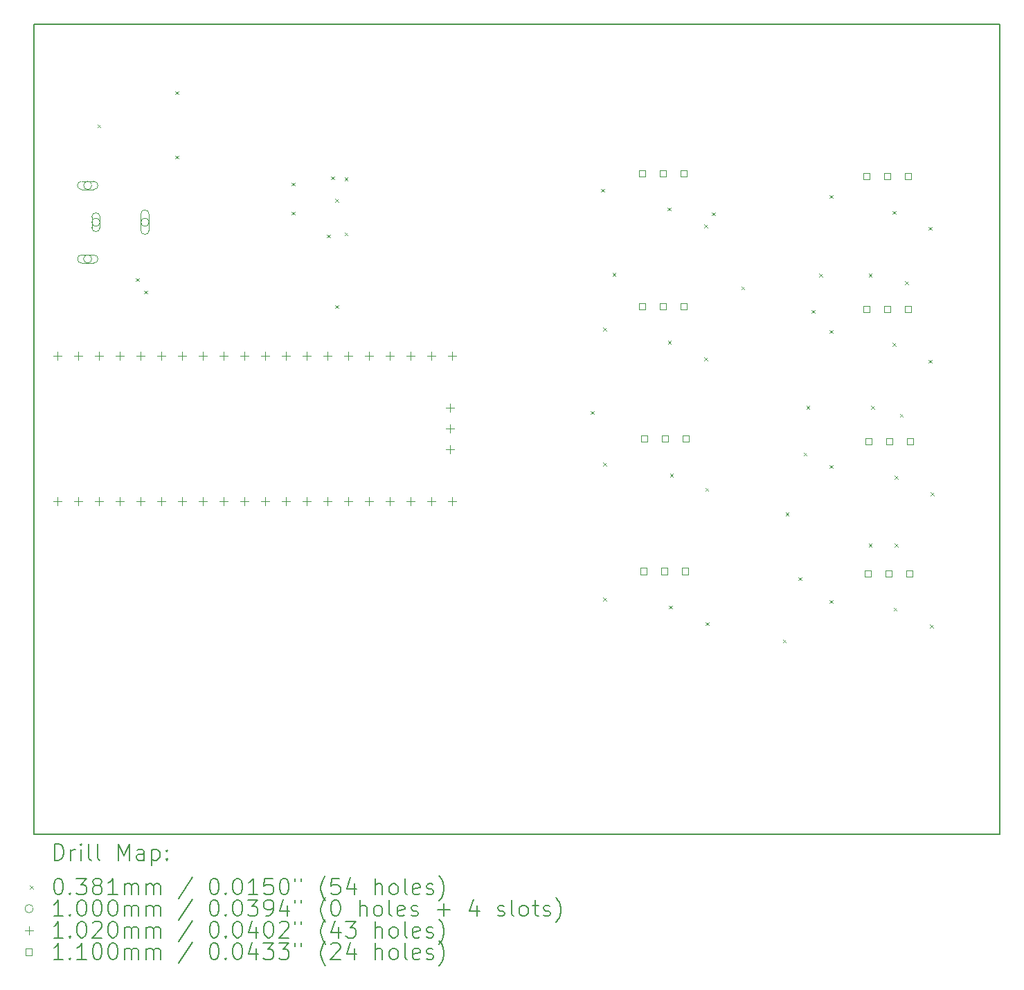
<source format=gbr>
%TF.GenerationSoftware,KiCad,Pcbnew,8.0.2-1*%
%TF.CreationDate,2024-09-04T16:21:51-07:00*%
%TF.ProjectId,laserBoxNew,6c617365-7242-46f7-984e-65772e6b6963,v01*%
%TF.SameCoordinates,Original*%
%TF.FileFunction,Drillmap*%
%TF.FilePolarity,Positive*%
%FSLAX45Y45*%
G04 Gerber Fmt 4.5, Leading zero omitted, Abs format (unit mm)*
G04 Created by KiCad (PCBNEW 8.0.2-1) date 2024-09-04 16:21:51*
%MOMM*%
%LPD*%
G01*
G04 APERTURE LIST*
%ADD10C,0.127000*%
%ADD11C,0.200000*%
%ADD12C,0.100000*%
%ADD13C,0.102000*%
%ADD14C,0.110000*%
G04 APERTURE END LIST*
D10*
X7772400Y-3251200D02*
X19583400Y-3251200D01*
X19583400Y-13157200D01*
X7772400Y-13157200D01*
X7772400Y-3251200D01*
D11*
D12*
X8553450Y-4476750D02*
X8591550Y-4514850D01*
X8591550Y-4476750D02*
X8553450Y-4514850D01*
X9023350Y-6356350D02*
X9061450Y-6394450D01*
X9061450Y-6356350D02*
X9023350Y-6394450D01*
X9124950Y-6508750D02*
X9163050Y-6546850D01*
X9163050Y-6508750D02*
X9124950Y-6546850D01*
X9505950Y-4070350D02*
X9544050Y-4108450D01*
X9544050Y-4070350D02*
X9505950Y-4108450D01*
X9505950Y-4857750D02*
X9544050Y-4895850D01*
X9544050Y-4857750D02*
X9505950Y-4895850D01*
X10928350Y-5187950D02*
X10966450Y-5226050D01*
X10966450Y-5187950D02*
X10928350Y-5226050D01*
X10928350Y-5543550D02*
X10966450Y-5581650D01*
X10966450Y-5543550D02*
X10928350Y-5581650D01*
X11360150Y-5822950D02*
X11398250Y-5861050D01*
X11398250Y-5822950D02*
X11360150Y-5861050D01*
X11410950Y-5111750D02*
X11449050Y-5149850D01*
X11449050Y-5111750D02*
X11410950Y-5149850D01*
X11461750Y-5387650D02*
X11499850Y-5425750D01*
X11499850Y-5387650D02*
X11461750Y-5425750D01*
X11461750Y-6686550D02*
X11499850Y-6724650D01*
X11499850Y-6686550D02*
X11461750Y-6724650D01*
X11576050Y-5124450D02*
X11614150Y-5162550D01*
X11614150Y-5124450D02*
X11576050Y-5162550D01*
X11576050Y-5797550D02*
X11614150Y-5835650D01*
X11614150Y-5797550D02*
X11576050Y-5835650D01*
X14585950Y-7981950D02*
X14624050Y-8020050D01*
X14624050Y-7981950D02*
X14585950Y-8020050D01*
X14712950Y-5264150D02*
X14751050Y-5302250D01*
X14751050Y-5264150D02*
X14712950Y-5302250D01*
X14738350Y-6962450D02*
X14776450Y-7000550D01*
X14776450Y-6962450D02*
X14738350Y-7000550D01*
X14738350Y-8613450D02*
X14776450Y-8651550D01*
X14776450Y-8613450D02*
X14738350Y-8651550D01*
X14738350Y-10264450D02*
X14776450Y-10302550D01*
X14776450Y-10264450D02*
X14738350Y-10302550D01*
X14852650Y-6292850D02*
X14890750Y-6330950D01*
X14890750Y-6292850D02*
X14852650Y-6330950D01*
X15525750Y-5492750D02*
X15563850Y-5530850D01*
X15563850Y-5492750D02*
X15525750Y-5530850D01*
X15530350Y-7121500D02*
X15568450Y-7159600D01*
X15568450Y-7121500D02*
X15530350Y-7159600D01*
X15543050Y-10360000D02*
X15581150Y-10398100D01*
X15581150Y-10360000D02*
X15543050Y-10398100D01*
X15555750Y-8747100D02*
X15593850Y-8785200D01*
X15593850Y-8747100D02*
X15555750Y-8785200D01*
X15973200Y-5701350D02*
X16011300Y-5739450D01*
X16011300Y-5701350D02*
X15973200Y-5739450D01*
X15973200Y-7326950D02*
X16011300Y-7365050D01*
X16011300Y-7326950D02*
X15973200Y-7365050D01*
X15985050Y-8922966D02*
X16023150Y-8961066D01*
X16023150Y-8922966D02*
X15985050Y-8961066D01*
X15991500Y-10564150D02*
X16029600Y-10602250D01*
X16029600Y-10564150D02*
X15991500Y-10602250D01*
X16064775Y-5550625D02*
X16102875Y-5588725D01*
X16102875Y-5550625D02*
X16064775Y-5588725D01*
X16427450Y-6457950D02*
X16465550Y-6496050D01*
X16465550Y-6457950D02*
X16427450Y-6496050D01*
X16935450Y-10775950D02*
X16973550Y-10814050D01*
X16973550Y-10775950D02*
X16935450Y-10814050D01*
X16967200Y-9220200D02*
X17005300Y-9258300D01*
X17005300Y-9220200D02*
X16967200Y-9258300D01*
X17125950Y-10013950D02*
X17164050Y-10052050D01*
X17164050Y-10013950D02*
X17125950Y-10052050D01*
X17189450Y-8489950D02*
X17227550Y-8528050D01*
X17227550Y-8489950D02*
X17189450Y-8528050D01*
X17221200Y-7918450D02*
X17259300Y-7956550D01*
X17259300Y-7918450D02*
X17221200Y-7956550D01*
X17284700Y-6743700D02*
X17322800Y-6781800D01*
X17322800Y-6743700D02*
X17284700Y-6781800D01*
X17379950Y-6299200D02*
X17418050Y-6337300D01*
X17418050Y-6299200D02*
X17379950Y-6337300D01*
X17507700Y-5341300D02*
X17545800Y-5379400D01*
X17545800Y-5341300D02*
X17507700Y-5379400D01*
X17507700Y-6992300D02*
X17545800Y-7030400D01*
X17545800Y-6992300D02*
X17507700Y-7030400D01*
X17507700Y-8643300D02*
X17545800Y-8681400D01*
X17545800Y-8643300D02*
X17507700Y-8681400D01*
X17507700Y-10294300D02*
X17545800Y-10332400D01*
X17545800Y-10294300D02*
X17507700Y-10332400D01*
X17983200Y-6299200D02*
X18021300Y-6337300D01*
X18021300Y-6299200D02*
X17983200Y-6337300D01*
X17983200Y-9601200D02*
X18021300Y-9639300D01*
X18021300Y-9601200D02*
X17983200Y-9639300D01*
X18014950Y-7918450D02*
X18053050Y-7956550D01*
X18053050Y-7918450D02*
X18014950Y-7956550D01*
X18274300Y-5534000D02*
X18312400Y-5572100D01*
X18312400Y-5534000D02*
X18274300Y-5572100D01*
X18274300Y-7146900D02*
X18312400Y-7185000D01*
X18312400Y-7146900D02*
X18274300Y-7185000D01*
X18287000Y-10385400D02*
X18325100Y-10423500D01*
X18325100Y-10385400D02*
X18287000Y-10423500D01*
X18299700Y-8772500D02*
X18337800Y-8810600D01*
X18337800Y-8772500D02*
X18299700Y-8810600D01*
X18300700Y-9601200D02*
X18338800Y-9639300D01*
X18338800Y-9601200D02*
X18300700Y-9639300D01*
X18364200Y-8013700D02*
X18402300Y-8051800D01*
X18402300Y-8013700D02*
X18364200Y-8051800D01*
X18427700Y-6394450D02*
X18465800Y-6432550D01*
X18465800Y-6394450D02*
X18427700Y-6432550D01*
X18717150Y-5731200D02*
X18755250Y-5769300D01*
X18755250Y-5731200D02*
X18717150Y-5769300D01*
X18717150Y-7356800D02*
X18755250Y-7394900D01*
X18755250Y-7356800D02*
X18717150Y-7394900D01*
X18735450Y-10594000D02*
X18773550Y-10632100D01*
X18773550Y-10594000D02*
X18735450Y-10632100D01*
X18742550Y-8974800D02*
X18780650Y-9012900D01*
X18780650Y-8974800D02*
X18742550Y-9012900D01*
X8482800Y-5221400D02*
G75*
G02*
X8382800Y-5221400I-50000J0D01*
G01*
X8382800Y-5221400D02*
G75*
G02*
X8482800Y-5221400I50000J0D01*
G01*
X8507800Y-5171400D02*
X8357800Y-5171400D01*
X8357800Y-5271400D02*
G75*
G02*
X8357800Y-5171400I0J50000D01*
G01*
X8357800Y-5271400D02*
X8507800Y-5271400D01*
X8507800Y-5271400D02*
G75*
G03*
X8507800Y-5171400I0J50000D01*
G01*
X8482800Y-6121400D02*
G75*
G02*
X8382800Y-6121400I-50000J0D01*
G01*
X8382800Y-6121400D02*
G75*
G02*
X8482800Y-6121400I50000J0D01*
G01*
X8507800Y-6071400D02*
X8357800Y-6071400D01*
X8357800Y-6171400D02*
G75*
G02*
X8357800Y-6071400I0J50000D01*
G01*
X8357800Y-6171400D02*
X8507800Y-6171400D01*
X8507800Y-6171400D02*
G75*
G03*
X8507800Y-6071400I0J50000D01*
G01*
X8582800Y-5671400D02*
G75*
G02*
X8482800Y-5671400I-50000J0D01*
G01*
X8482800Y-5671400D02*
G75*
G02*
X8582800Y-5671400I50000J0D01*
G01*
X8482800Y-5606400D02*
X8482800Y-5736400D01*
X8582800Y-5736400D02*
G75*
G02*
X8482800Y-5736400I-50000J0D01*
G01*
X8582800Y-5736400D02*
X8582800Y-5606400D01*
X8582800Y-5606400D02*
G75*
G03*
X8482800Y-5606400I-50000J0D01*
G01*
X9182800Y-5671400D02*
G75*
G02*
X9082800Y-5671400I-50000J0D01*
G01*
X9082800Y-5671400D02*
G75*
G02*
X9182800Y-5671400I50000J0D01*
G01*
X9082800Y-5571400D02*
X9082800Y-5771400D01*
X9182800Y-5771400D02*
G75*
G02*
X9082800Y-5771400I-50000J0D01*
G01*
X9182800Y-5771400D02*
X9182800Y-5571400D01*
X9182800Y-5571400D02*
G75*
G03*
X9082800Y-5571400I-50000J0D01*
G01*
D13*
X8064500Y-7251500D02*
X8064500Y-7353500D01*
X8013500Y-7302500D02*
X8115500Y-7302500D01*
X8064500Y-9029500D02*
X8064500Y-9131500D01*
X8013500Y-9080500D02*
X8115500Y-9080500D01*
X8318500Y-7251500D02*
X8318500Y-7353500D01*
X8267500Y-7302500D02*
X8369500Y-7302500D01*
X8318500Y-9029500D02*
X8318500Y-9131500D01*
X8267500Y-9080500D02*
X8369500Y-9080500D01*
X8572500Y-7251500D02*
X8572500Y-7353500D01*
X8521500Y-7302500D02*
X8623500Y-7302500D01*
X8572500Y-9029500D02*
X8572500Y-9131500D01*
X8521500Y-9080500D02*
X8623500Y-9080500D01*
X8826500Y-7251500D02*
X8826500Y-7353500D01*
X8775500Y-7302500D02*
X8877500Y-7302500D01*
X8826500Y-9029500D02*
X8826500Y-9131500D01*
X8775500Y-9080500D02*
X8877500Y-9080500D01*
X9080500Y-7251500D02*
X9080500Y-7353500D01*
X9029500Y-7302500D02*
X9131500Y-7302500D01*
X9080500Y-9029500D02*
X9080500Y-9131500D01*
X9029500Y-9080500D02*
X9131500Y-9080500D01*
X9334500Y-7251500D02*
X9334500Y-7353500D01*
X9283500Y-7302500D02*
X9385500Y-7302500D01*
X9334500Y-9029500D02*
X9334500Y-9131500D01*
X9283500Y-9080500D02*
X9385500Y-9080500D01*
X9588500Y-7251500D02*
X9588500Y-7353500D01*
X9537500Y-7302500D02*
X9639500Y-7302500D01*
X9588500Y-9029500D02*
X9588500Y-9131500D01*
X9537500Y-9080500D02*
X9639500Y-9080500D01*
X9842500Y-7251500D02*
X9842500Y-7353500D01*
X9791500Y-7302500D02*
X9893500Y-7302500D01*
X9842500Y-9029500D02*
X9842500Y-9131500D01*
X9791500Y-9080500D02*
X9893500Y-9080500D01*
X10096500Y-7251500D02*
X10096500Y-7353500D01*
X10045500Y-7302500D02*
X10147500Y-7302500D01*
X10096500Y-9029500D02*
X10096500Y-9131500D01*
X10045500Y-9080500D02*
X10147500Y-9080500D01*
X10350500Y-7251500D02*
X10350500Y-7353500D01*
X10299500Y-7302500D02*
X10401500Y-7302500D01*
X10350500Y-9029500D02*
X10350500Y-9131500D01*
X10299500Y-9080500D02*
X10401500Y-9080500D01*
X10604500Y-7251500D02*
X10604500Y-7353500D01*
X10553500Y-7302500D02*
X10655500Y-7302500D01*
X10604500Y-9029500D02*
X10604500Y-9131500D01*
X10553500Y-9080500D02*
X10655500Y-9080500D01*
X10858500Y-7251500D02*
X10858500Y-7353500D01*
X10807500Y-7302500D02*
X10909500Y-7302500D01*
X10858500Y-9029500D02*
X10858500Y-9131500D01*
X10807500Y-9080500D02*
X10909500Y-9080500D01*
X11112500Y-7251500D02*
X11112500Y-7353500D01*
X11061500Y-7302500D02*
X11163500Y-7302500D01*
X11112500Y-9029500D02*
X11112500Y-9131500D01*
X11061500Y-9080500D02*
X11163500Y-9080500D01*
X11366500Y-7251500D02*
X11366500Y-7353500D01*
X11315500Y-7302500D02*
X11417500Y-7302500D01*
X11366500Y-9029500D02*
X11366500Y-9131500D01*
X11315500Y-9080500D02*
X11417500Y-9080500D01*
X11620500Y-7251500D02*
X11620500Y-7353500D01*
X11569500Y-7302500D02*
X11671500Y-7302500D01*
X11620500Y-9029500D02*
X11620500Y-9131500D01*
X11569500Y-9080500D02*
X11671500Y-9080500D01*
X11874500Y-7251500D02*
X11874500Y-7353500D01*
X11823500Y-7302500D02*
X11925500Y-7302500D01*
X11874500Y-9029500D02*
X11874500Y-9131500D01*
X11823500Y-9080500D02*
X11925500Y-9080500D01*
X12128500Y-7251500D02*
X12128500Y-7353500D01*
X12077500Y-7302500D02*
X12179500Y-7302500D01*
X12128500Y-9029500D02*
X12128500Y-9131500D01*
X12077500Y-9080500D02*
X12179500Y-9080500D01*
X12382500Y-7251500D02*
X12382500Y-7353500D01*
X12331500Y-7302500D02*
X12433500Y-7302500D01*
X12382500Y-9029500D02*
X12382500Y-9131500D01*
X12331500Y-9080500D02*
X12433500Y-9080500D01*
X12636500Y-7251500D02*
X12636500Y-7353500D01*
X12585500Y-7302500D02*
X12687500Y-7302500D01*
X12636500Y-9029500D02*
X12636500Y-9131500D01*
X12585500Y-9080500D02*
X12687500Y-9080500D01*
X12867500Y-7886500D02*
X12867500Y-7988500D01*
X12816500Y-7937500D02*
X12918500Y-7937500D01*
X12867500Y-8140500D02*
X12867500Y-8242500D01*
X12816500Y-8191500D02*
X12918500Y-8191500D01*
X12867500Y-8394500D02*
X12867500Y-8496500D01*
X12816500Y-8445500D02*
X12918500Y-8445500D01*
X12890500Y-7251500D02*
X12890500Y-7353500D01*
X12839500Y-7302500D02*
X12941500Y-7302500D01*
X12890500Y-9029500D02*
X12890500Y-9131500D01*
X12839500Y-9080500D02*
X12941500Y-9080500D01*
D14*
X15253491Y-5115391D02*
X15253491Y-5037609D01*
X15175709Y-5037609D01*
X15175709Y-5115391D01*
X15253491Y-5115391D01*
X15253491Y-6740991D02*
X15253491Y-6663209D01*
X15175709Y-6663209D01*
X15175709Y-6740991D01*
X15253491Y-6740991D01*
X15271791Y-9978191D02*
X15271791Y-9900409D01*
X15194009Y-9900409D01*
X15194009Y-9978191D01*
X15271791Y-9978191D01*
X15278891Y-8358991D02*
X15278891Y-8281209D01*
X15201109Y-8281209D01*
X15201109Y-8358991D01*
X15278891Y-8358991D01*
X15507491Y-5115391D02*
X15507491Y-5037609D01*
X15429709Y-5037609D01*
X15429709Y-5115391D01*
X15507491Y-5115391D01*
X15507491Y-6740991D02*
X15507491Y-6663209D01*
X15429709Y-6663209D01*
X15429709Y-6740991D01*
X15507491Y-6740991D01*
X15525791Y-9978191D02*
X15525791Y-9900409D01*
X15448009Y-9900409D01*
X15448009Y-9978191D01*
X15525791Y-9978191D01*
X15532891Y-8358991D02*
X15532891Y-8281209D01*
X15455109Y-8281209D01*
X15455109Y-8358991D01*
X15532891Y-8358991D01*
X15761491Y-5115391D02*
X15761491Y-5037609D01*
X15683709Y-5037609D01*
X15683709Y-5115391D01*
X15761491Y-5115391D01*
X15761491Y-6740991D02*
X15761491Y-6663209D01*
X15683709Y-6663209D01*
X15683709Y-6740991D01*
X15761491Y-6740991D01*
X15779791Y-9978191D02*
X15779791Y-9900409D01*
X15702009Y-9900409D01*
X15702009Y-9978191D01*
X15779791Y-9978191D01*
X15786891Y-8358991D02*
X15786891Y-8281209D01*
X15709109Y-8281209D01*
X15709109Y-8358991D01*
X15786891Y-8358991D01*
X17997441Y-5145241D02*
X17997441Y-5067459D01*
X17919659Y-5067459D01*
X17919659Y-5145241D01*
X17997441Y-5145241D01*
X17997441Y-6770841D02*
X17997441Y-6693059D01*
X17919659Y-6693059D01*
X17919659Y-6770841D01*
X17997441Y-6770841D01*
X18015741Y-10008041D02*
X18015741Y-9930259D01*
X17937959Y-9930259D01*
X17937959Y-10008041D01*
X18015741Y-10008041D01*
X18022841Y-8388841D02*
X18022841Y-8311059D01*
X17945059Y-8311059D01*
X17945059Y-8388841D01*
X18022841Y-8388841D01*
X18251441Y-5145241D02*
X18251441Y-5067459D01*
X18173659Y-5067459D01*
X18173659Y-5145241D01*
X18251441Y-5145241D01*
X18251441Y-6770841D02*
X18251441Y-6693059D01*
X18173659Y-6693059D01*
X18173659Y-6770841D01*
X18251441Y-6770841D01*
X18269741Y-10008041D02*
X18269741Y-9930259D01*
X18191959Y-9930259D01*
X18191959Y-10008041D01*
X18269741Y-10008041D01*
X18276841Y-8388841D02*
X18276841Y-8311059D01*
X18199059Y-8311059D01*
X18199059Y-8388841D01*
X18276841Y-8388841D01*
X18505441Y-5145241D02*
X18505441Y-5067459D01*
X18427659Y-5067459D01*
X18427659Y-5145241D01*
X18505441Y-5145241D01*
X18505441Y-6770841D02*
X18505441Y-6693059D01*
X18427659Y-6693059D01*
X18427659Y-6770841D01*
X18505441Y-6770841D01*
X18523741Y-10008041D02*
X18523741Y-9930259D01*
X18445959Y-9930259D01*
X18445959Y-10008041D01*
X18523741Y-10008041D01*
X18530841Y-8388841D02*
X18530841Y-8311059D01*
X18453059Y-8311059D01*
X18453059Y-8388841D01*
X18530841Y-8388841D01*
D11*
X8026827Y-13475034D02*
X8026827Y-13275034D01*
X8026827Y-13275034D02*
X8074446Y-13275034D01*
X8074446Y-13275034D02*
X8103017Y-13284558D01*
X8103017Y-13284558D02*
X8122065Y-13303605D01*
X8122065Y-13303605D02*
X8131589Y-13322653D01*
X8131589Y-13322653D02*
X8141112Y-13360748D01*
X8141112Y-13360748D02*
X8141112Y-13389319D01*
X8141112Y-13389319D02*
X8131589Y-13427415D01*
X8131589Y-13427415D02*
X8122065Y-13446462D01*
X8122065Y-13446462D02*
X8103017Y-13465510D01*
X8103017Y-13465510D02*
X8074446Y-13475034D01*
X8074446Y-13475034D02*
X8026827Y-13475034D01*
X8226827Y-13475034D02*
X8226827Y-13341700D01*
X8226827Y-13379796D02*
X8236351Y-13360748D01*
X8236351Y-13360748D02*
X8245874Y-13351224D01*
X8245874Y-13351224D02*
X8264922Y-13341700D01*
X8264922Y-13341700D02*
X8283970Y-13341700D01*
X8350636Y-13475034D02*
X8350636Y-13341700D01*
X8350636Y-13275034D02*
X8341112Y-13284558D01*
X8341112Y-13284558D02*
X8350636Y-13294081D01*
X8350636Y-13294081D02*
X8360160Y-13284558D01*
X8360160Y-13284558D02*
X8350636Y-13275034D01*
X8350636Y-13275034D02*
X8350636Y-13294081D01*
X8474446Y-13475034D02*
X8455398Y-13465510D01*
X8455398Y-13465510D02*
X8445874Y-13446462D01*
X8445874Y-13446462D02*
X8445874Y-13275034D01*
X8579208Y-13475034D02*
X8560160Y-13465510D01*
X8560160Y-13465510D02*
X8550636Y-13446462D01*
X8550636Y-13446462D02*
X8550636Y-13275034D01*
X8807779Y-13475034D02*
X8807779Y-13275034D01*
X8807779Y-13275034D02*
X8874446Y-13417891D01*
X8874446Y-13417891D02*
X8941113Y-13275034D01*
X8941113Y-13275034D02*
X8941113Y-13475034D01*
X9122065Y-13475034D02*
X9122065Y-13370272D01*
X9122065Y-13370272D02*
X9112541Y-13351224D01*
X9112541Y-13351224D02*
X9093494Y-13341700D01*
X9093494Y-13341700D02*
X9055398Y-13341700D01*
X9055398Y-13341700D02*
X9036351Y-13351224D01*
X9122065Y-13465510D02*
X9103017Y-13475034D01*
X9103017Y-13475034D02*
X9055398Y-13475034D01*
X9055398Y-13475034D02*
X9036351Y-13465510D01*
X9036351Y-13465510D02*
X9026827Y-13446462D01*
X9026827Y-13446462D02*
X9026827Y-13427415D01*
X9026827Y-13427415D02*
X9036351Y-13408367D01*
X9036351Y-13408367D02*
X9055398Y-13398843D01*
X9055398Y-13398843D02*
X9103017Y-13398843D01*
X9103017Y-13398843D02*
X9122065Y-13389319D01*
X9217303Y-13341700D02*
X9217303Y-13541700D01*
X9217303Y-13351224D02*
X9236351Y-13341700D01*
X9236351Y-13341700D02*
X9274446Y-13341700D01*
X9274446Y-13341700D02*
X9293494Y-13351224D01*
X9293494Y-13351224D02*
X9303017Y-13360748D01*
X9303017Y-13360748D02*
X9312541Y-13379796D01*
X9312541Y-13379796D02*
X9312541Y-13436938D01*
X9312541Y-13436938D02*
X9303017Y-13455986D01*
X9303017Y-13455986D02*
X9293494Y-13465510D01*
X9293494Y-13465510D02*
X9274446Y-13475034D01*
X9274446Y-13475034D02*
X9236351Y-13475034D01*
X9236351Y-13475034D02*
X9217303Y-13465510D01*
X9398255Y-13455986D02*
X9407779Y-13465510D01*
X9407779Y-13465510D02*
X9398255Y-13475034D01*
X9398255Y-13475034D02*
X9388732Y-13465510D01*
X9388732Y-13465510D02*
X9398255Y-13455986D01*
X9398255Y-13455986D02*
X9398255Y-13475034D01*
X9398255Y-13351224D02*
X9407779Y-13360748D01*
X9407779Y-13360748D02*
X9398255Y-13370272D01*
X9398255Y-13370272D02*
X9388732Y-13360748D01*
X9388732Y-13360748D02*
X9398255Y-13351224D01*
X9398255Y-13351224D02*
X9398255Y-13370272D01*
D12*
X7727950Y-13784500D02*
X7766050Y-13822600D01*
X7766050Y-13784500D02*
X7727950Y-13822600D01*
D11*
X8064922Y-13695034D02*
X8083970Y-13695034D01*
X8083970Y-13695034D02*
X8103017Y-13704558D01*
X8103017Y-13704558D02*
X8112541Y-13714081D01*
X8112541Y-13714081D02*
X8122065Y-13733129D01*
X8122065Y-13733129D02*
X8131589Y-13771224D01*
X8131589Y-13771224D02*
X8131589Y-13818843D01*
X8131589Y-13818843D02*
X8122065Y-13856938D01*
X8122065Y-13856938D02*
X8112541Y-13875986D01*
X8112541Y-13875986D02*
X8103017Y-13885510D01*
X8103017Y-13885510D02*
X8083970Y-13895034D01*
X8083970Y-13895034D02*
X8064922Y-13895034D01*
X8064922Y-13895034D02*
X8045874Y-13885510D01*
X8045874Y-13885510D02*
X8036351Y-13875986D01*
X8036351Y-13875986D02*
X8026827Y-13856938D01*
X8026827Y-13856938D02*
X8017303Y-13818843D01*
X8017303Y-13818843D02*
X8017303Y-13771224D01*
X8017303Y-13771224D02*
X8026827Y-13733129D01*
X8026827Y-13733129D02*
X8036351Y-13714081D01*
X8036351Y-13714081D02*
X8045874Y-13704558D01*
X8045874Y-13704558D02*
X8064922Y-13695034D01*
X8217303Y-13875986D02*
X8226827Y-13885510D01*
X8226827Y-13885510D02*
X8217303Y-13895034D01*
X8217303Y-13895034D02*
X8207779Y-13885510D01*
X8207779Y-13885510D02*
X8217303Y-13875986D01*
X8217303Y-13875986D02*
X8217303Y-13895034D01*
X8293493Y-13695034D02*
X8417303Y-13695034D01*
X8417303Y-13695034D02*
X8350636Y-13771224D01*
X8350636Y-13771224D02*
X8379208Y-13771224D01*
X8379208Y-13771224D02*
X8398255Y-13780748D01*
X8398255Y-13780748D02*
X8407779Y-13790272D01*
X8407779Y-13790272D02*
X8417303Y-13809319D01*
X8417303Y-13809319D02*
X8417303Y-13856938D01*
X8417303Y-13856938D02*
X8407779Y-13875986D01*
X8407779Y-13875986D02*
X8398255Y-13885510D01*
X8398255Y-13885510D02*
X8379208Y-13895034D01*
X8379208Y-13895034D02*
X8322065Y-13895034D01*
X8322065Y-13895034D02*
X8303017Y-13885510D01*
X8303017Y-13885510D02*
X8293493Y-13875986D01*
X8531589Y-13780748D02*
X8512541Y-13771224D01*
X8512541Y-13771224D02*
X8503017Y-13761700D01*
X8503017Y-13761700D02*
X8493494Y-13742653D01*
X8493494Y-13742653D02*
X8493494Y-13733129D01*
X8493494Y-13733129D02*
X8503017Y-13714081D01*
X8503017Y-13714081D02*
X8512541Y-13704558D01*
X8512541Y-13704558D02*
X8531589Y-13695034D01*
X8531589Y-13695034D02*
X8569684Y-13695034D01*
X8569684Y-13695034D02*
X8588732Y-13704558D01*
X8588732Y-13704558D02*
X8598255Y-13714081D01*
X8598255Y-13714081D02*
X8607779Y-13733129D01*
X8607779Y-13733129D02*
X8607779Y-13742653D01*
X8607779Y-13742653D02*
X8598255Y-13761700D01*
X8598255Y-13761700D02*
X8588732Y-13771224D01*
X8588732Y-13771224D02*
X8569684Y-13780748D01*
X8569684Y-13780748D02*
X8531589Y-13780748D01*
X8531589Y-13780748D02*
X8512541Y-13790272D01*
X8512541Y-13790272D02*
X8503017Y-13799796D01*
X8503017Y-13799796D02*
X8493494Y-13818843D01*
X8493494Y-13818843D02*
X8493494Y-13856938D01*
X8493494Y-13856938D02*
X8503017Y-13875986D01*
X8503017Y-13875986D02*
X8512541Y-13885510D01*
X8512541Y-13885510D02*
X8531589Y-13895034D01*
X8531589Y-13895034D02*
X8569684Y-13895034D01*
X8569684Y-13895034D02*
X8588732Y-13885510D01*
X8588732Y-13885510D02*
X8598255Y-13875986D01*
X8598255Y-13875986D02*
X8607779Y-13856938D01*
X8607779Y-13856938D02*
X8607779Y-13818843D01*
X8607779Y-13818843D02*
X8598255Y-13799796D01*
X8598255Y-13799796D02*
X8588732Y-13790272D01*
X8588732Y-13790272D02*
X8569684Y-13780748D01*
X8798255Y-13895034D02*
X8683970Y-13895034D01*
X8741113Y-13895034D02*
X8741113Y-13695034D01*
X8741113Y-13695034D02*
X8722065Y-13723605D01*
X8722065Y-13723605D02*
X8703017Y-13742653D01*
X8703017Y-13742653D02*
X8683970Y-13752177D01*
X8883970Y-13895034D02*
X8883970Y-13761700D01*
X8883970Y-13780748D02*
X8893494Y-13771224D01*
X8893494Y-13771224D02*
X8912541Y-13761700D01*
X8912541Y-13761700D02*
X8941113Y-13761700D01*
X8941113Y-13761700D02*
X8960160Y-13771224D01*
X8960160Y-13771224D02*
X8969684Y-13790272D01*
X8969684Y-13790272D02*
X8969684Y-13895034D01*
X8969684Y-13790272D02*
X8979208Y-13771224D01*
X8979208Y-13771224D02*
X8998255Y-13761700D01*
X8998255Y-13761700D02*
X9026827Y-13761700D01*
X9026827Y-13761700D02*
X9045875Y-13771224D01*
X9045875Y-13771224D02*
X9055398Y-13790272D01*
X9055398Y-13790272D02*
X9055398Y-13895034D01*
X9150636Y-13895034D02*
X9150636Y-13761700D01*
X9150636Y-13780748D02*
X9160160Y-13771224D01*
X9160160Y-13771224D02*
X9179208Y-13761700D01*
X9179208Y-13761700D02*
X9207779Y-13761700D01*
X9207779Y-13761700D02*
X9226827Y-13771224D01*
X9226827Y-13771224D02*
X9236351Y-13790272D01*
X9236351Y-13790272D02*
X9236351Y-13895034D01*
X9236351Y-13790272D02*
X9245875Y-13771224D01*
X9245875Y-13771224D02*
X9264922Y-13761700D01*
X9264922Y-13761700D02*
X9293494Y-13761700D01*
X9293494Y-13761700D02*
X9312541Y-13771224D01*
X9312541Y-13771224D02*
X9322065Y-13790272D01*
X9322065Y-13790272D02*
X9322065Y-13895034D01*
X9712541Y-13685510D02*
X9541113Y-13942653D01*
X9969684Y-13695034D02*
X9988732Y-13695034D01*
X9988732Y-13695034D02*
X10007779Y-13704558D01*
X10007779Y-13704558D02*
X10017303Y-13714081D01*
X10017303Y-13714081D02*
X10026827Y-13733129D01*
X10026827Y-13733129D02*
X10036351Y-13771224D01*
X10036351Y-13771224D02*
X10036351Y-13818843D01*
X10036351Y-13818843D02*
X10026827Y-13856938D01*
X10026827Y-13856938D02*
X10017303Y-13875986D01*
X10017303Y-13875986D02*
X10007779Y-13885510D01*
X10007779Y-13885510D02*
X9988732Y-13895034D01*
X9988732Y-13895034D02*
X9969684Y-13895034D01*
X9969684Y-13895034D02*
X9950637Y-13885510D01*
X9950637Y-13885510D02*
X9941113Y-13875986D01*
X9941113Y-13875986D02*
X9931589Y-13856938D01*
X9931589Y-13856938D02*
X9922065Y-13818843D01*
X9922065Y-13818843D02*
X9922065Y-13771224D01*
X9922065Y-13771224D02*
X9931589Y-13733129D01*
X9931589Y-13733129D02*
X9941113Y-13714081D01*
X9941113Y-13714081D02*
X9950637Y-13704558D01*
X9950637Y-13704558D02*
X9969684Y-13695034D01*
X10122065Y-13875986D02*
X10131589Y-13885510D01*
X10131589Y-13885510D02*
X10122065Y-13895034D01*
X10122065Y-13895034D02*
X10112541Y-13885510D01*
X10112541Y-13885510D02*
X10122065Y-13875986D01*
X10122065Y-13875986D02*
X10122065Y-13895034D01*
X10255398Y-13695034D02*
X10274446Y-13695034D01*
X10274446Y-13695034D02*
X10293494Y-13704558D01*
X10293494Y-13704558D02*
X10303018Y-13714081D01*
X10303018Y-13714081D02*
X10312541Y-13733129D01*
X10312541Y-13733129D02*
X10322065Y-13771224D01*
X10322065Y-13771224D02*
X10322065Y-13818843D01*
X10322065Y-13818843D02*
X10312541Y-13856938D01*
X10312541Y-13856938D02*
X10303018Y-13875986D01*
X10303018Y-13875986D02*
X10293494Y-13885510D01*
X10293494Y-13885510D02*
X10274446Y-13895034D01*
X10274446Y-13895034D02*
X10255398Y-13895034D01*
X10255398Y-13895034D02*
X10236351Y-13885510D01*
X10236351Y-13885510D02*
X10226827Y-13875986D01*
X10226827Y-13875986D02*
X10217303Y-13856938D01*
X10217303Y-13856938D02*
X10207779Y-13818843D01*
X10207779Y-13818843D02*
X10207779Y-13771224D01*
X10207779Y-13771224D02*
X10217303Y-13733129D01*
X10217303Y-13733129D02*
X10226827Y-13714081D01*
X10226827Y-13714081D02*
X10236351Y-13704558D01*
X10236351Y-13704558D02*
X10255398Y-13695034D01*
X10512541Y-13895034D02*
X10398256Y-13895034D01*
X10455398Y-13895034D02*
X10455398Y-13695034D01*
X10455398Y-13695034D02*
X10436351Y-13723605D01*
X10436351Y-13723605D02*
X10417303Y-13742653D01*
X10417303Y-13742653D02*
X10398256Y-13752177D01*
X10693494Y-13695034D02*
X10598256Y-13695034D01*
X10598256Y-13695034D02*
X10588732Y-13790272D01*
X10588732Y-13790272D02*
X10598256Y-13780748D01*
X10598256Y-13780748D02*
X10617303Y-13771224D01*
X10617303Y-13771224D02*
X10664922Y-13771224D01*
X10664922Y-13771224D02*
X10683970Y-13780748D01*
X10683970Y-13780748D02*
X10693494Y-13790272D01*
X10693494Y-13790272D02*
X10703018Y-13809319D01*
X10703018Y-13809319D02*
X10703018Y-13856938D01*
X10703018Y-13856938D02*
X10693494Y-13875986D01*
X10693494Y-13875986D02*
X10683970Y-13885510D01*
X10683970Y-13885510D02*
X10664922Y-13895034D01*
X10664922Y-13895034D02*
X10617303Y-13895034D01*
X10617303Y-13895034D02*
X10598256Y-13885510D01*
X10598256Y-13885510D02*
X10588732Y-13875986D01*
X10826827Y-13695034D02*
X10845875Y-13695034D01*
X10845875Y-13695034D02*
X10864922Y-13704558D01*
X10864922Y-13704558D02*
X10874446Y-13714081D01*
X10874446Y-13714081D02*
X10883970Y-13733129D01*
X10883970Y-13733129D02*
X10893494Y-13771224D01*
X10893494Y-13771224D02*
X10893494Y-13818843D01*
X10893494Y-13818843D02*
X10883970Y-13856938D01*
X10883970Y-13856938D02*
X10874446Y-13875986D01*
X10874446Y-13875986D02*
X10864922Y-13885510D01*
X10864922Y-13885510D02*
X10845875Y-13895034D01*
X10845875Y-13895034D02*
X10826827Y-13895034D01*
X10826827Y-13895034D02*
X10807779Y-13885510D01*
X10807779Y-13885510D02*
X10798256Y-13875986D01*
X10798256Y-13875986D02*
X10788732Y-13856938D01*
X10788732Y-13856938D02*
X10779208Y-13818843D01*
X10779208Y-13818843D02*
X10779208Y-13771224D01*
X10779208Y-13771224D02*
X10788732Y-13733129D01*
X10788732Y-13733129D02*
X10798256Y-13714081D01*
X10798256Y-13714081D02*
X10807779Y-13704558D01*
X10807779Y-13704558D02*
X10826827Y-13695034D01*
X10969684Y-13695034D02*
X10969684Y-13733129D01*
X11045875Y-13695034D02*
X11045875Y-13733129D01*
X11341113Y-13971224D02*
X11331589Y-13961700D01*
X11331589Y-13961700D02*
X11312541Y-13933129D01*
X11312541Y-13933129D02*
X11303018Y-13914081D01*
X11303018Y-13914081D02*
X11293494Y-13885510D01*
X11293494Y-13885510D02*
X11283970Y-13837891D01*
X11283970Y-13837891D02*
X11283970Y-13799796D01*
X11283970Y-13799796D02*
X11293494Y-13752177D01*
X11293494Y-13752177D02*
X11303018Y-13723605D01*
X11303018Y-13723605D02*
X11312541Y-13704558D01*
X11312541Y-13704558D02*
X11331589Y-13675986D01*
X11331589Y-13675986D02*
X11341113Y-13666462D01*
X11512541Y-13695034D02*
X11417303Y-13695034D01*
X11417303Y-13695034D02*
X11407779Y-13790272D01*
X11407779Y-13790272D02*
X11417303Y-13780748D01*
X11417303Y-13780748D02*
X11436351Y-13771224D01*
X11436351Y-13771224D02*
X11483970Y-13771224D01*
X11483970Y-13771224D02*
X11503018Y-13780748D01*
X11503018Y-13780748D02*
X11512541Y-13790272D01*
X11512541Y-13790272D02*
X11522065Y-13809319D01*
X11522065Y-13809319D02*
X11522065Y-13856938D01*
X11522065Y-13856938D02*
X11512541Y-13875986D01*
X11512541Y-13875986D02*
X11503018Y-13885510D01*
X11503018Y-13885510D02*
X11483970Y-13895034D01*
X11483970Y-13895034D02*
X11436351Y-13895034D01*
X11436351Y-13895034D02*
X11417303Y-13885510D01*
X11417303Y-13885510D02*
X11407779Y-13875986D01*
X11693494Y-13761700D02*
X11693494Y-13895034D01*
X11645875Y-13685510D02*
X11598256Y-13828367D01*
X11598256Y-13828367D02*
X11722065Y-13828367D01*
X11950637Y-13895034D02*
X11950637Y-13695034D01*
X12036351Y-13895034D02*
X12036351Y-13790272D01*
X12036351Y-13790272D02*
X12026827Y-13771224D01*
X12026827Y-13771224D02*
X12007780Y-13761700D01*
X12007780Y-13761700D02*
X11979208Y-13761700D01*
X11979208Y-13761700D02*
X11960160Y-13771224D01*
X11960160Y-13771224D02*
X11950637Y-13780748D01*
X12160160Y-13895034D02*
X12141113Y-13885510D01*
X12141113Y-13885510D02*
X12131589Y-13875986D01*
X12131589Y-13875986D02*
X12122065Y-13856938D01*
X12122065Y-13856938D02*
X12122065Y-13799796D01*
X12122065Y-13799796D02*
X12131589Y-13780748D01*
X12131589Y-13780748D02*
X12141113Y-13771224D01*
X12141113Y-13771224D02*
X12160160Y-13761700D01*
X12160160Y-13761700D02*
X12188732Y-13761700D01*
X12188732Y-13761700D02*
X12207780Y-13771224D01*
X12207780Y-13771224D02*
X12217303Y-13780748D01*
X12217303Y-13780748D02*
X12226827Y-13799796D01*
X12226827Y-13799796D02*
X12226827Y-13856938D01*
X12226827Y-13856938D02*
X12217303Y-13875986D01*
X12217303Y-13875986D02*
X12207780Y-13885510D01*
X12207780Y-13885510D02*
X12188732Y-13895034D01*
X12188732Y-13895034D02*
X12160160Y-13895034D01*
X12341113Y-13895034D02*
X12322065Y-13885510D01*
X12322065Y-13885510D02*
X12312541Y-13866462D01*
X12312541Y-13866462D02*
X12312541Y-13695034D01*
X12493494Y-13885510D02*
X12474446Y-13895034D01*
X12474446Y-13895034D02*
X12436351Y-13895034D01*
X12436351Y-13895034D02*
X12417303Y-13885510D01*
X12417303Y-13885510D02*
X12407780Y-13866462D01*
X12407780Y-13866462D02*
X12407780Y-13790272D01*
X12407780Y-13790272D02*
X12417303Y-13771224D01*
X12417303Y-13771224D02*
X12436351Y-13761700D01*
X12436351Y-13761700D02*
X12474446Y-13761700D01*
X12474446Y-13761700D02*
X12493494Y-13771224D01*
X12493494Y-13771224D02*
X12503018Y-13790272D01*
X12503018Y-13790272D02*
X12503018Y-13809319D01*
X12503018Y-13809319D02*
X12407780Y-13828367D01*
X12579208Y-13885510D02*
X12598256Y-13895034D01*
X12598256Y-13895034D02*
X12636351Y-13895034D01*
X12636351Y-13895034D02*
X12655399Y-13885510D01*
X12655399Y-13885510D02*
X12664922Y-13866462D01*
X12664922Y-13866462D02*
X12664922Y-13856938D01*
X12664922Y-13856938D02*
X12655399Y-13837891D01*
X12655399Y-13837891D02*
X12636351Y-13828367D01*
X12636351Y-13828367D02*
X12607780Y-13828367D01*
X12607780Y-13828367D02*
X12588732Y-13818843D01*
X12588732Y-13818843D02*
X12579208Y-13799796D01*
X12579208Y-13799796D02*
X12579208Y-13790272D01*
X12579208Y-13790272D02*
X12588732Y-13771224D01*
X12588732Y-13771224D02*
X12607780Y-13761700D01*
X12607780Y-13761700D02*
X12636351Y-13761700D01*
X12636351Y-13761700D02*
X12655399Y-13771224D01*
X12731589Y-13971224D02*
X12741113Y-13961700D01*
X12741113Y-13961700D02*
X12760161Y-13933129D01*
X12760161Y-13933129D02*
X12769684Y-13914081D01*
X12769684Y-13914081D02*
X12779208Y-13885510D01*
X12779208Y-13885510D02*
X12788732Y-13837891D01*
X12788732Y-13837891D02*
X12788732Y-13799796D01*
X12788732Y-13799796D02*
X12779208Y-13752177D01*
X12779208Y-13752177D02*
X12769684Y-13723605D01*
X12769684Y-13723605D02*
X12760161Y-13704558D01*
X12760161Y-13704558D02*
X12741113Y-13675986D01*
X12741113Y-13675986D02*
X12731589Y-13666462D01*
D12*
X7766050Y-14067550D02*
G75*
G02*
X7666050Y-14067550I-50000J0D01*
G01*
X7666050Y-14067550D02*
G75*
G02*
X7766050Y-14067550I50000J0D01*
G01*
D11*
X8131589Y-14159034D02*
X8017303Y-14159034D01*
X8074446Y-14159034D02*
X8074446Y-13959034D01*
X8074446Y-13959034D02*
X8055398Y-13987605D01*
X8055398Y-13987605D02*
X8036351Y-14006653D01*
X8036351Y-14006653D02*
X8017303Y-14016177D01*
X8217303Y-14139986D02*
X8226827Y-14149510D01*
X8226827Y-14149510D02*
X8217303Y-14159034D01*
X8217303Y-14159034D02*
X8207779Y-14149510D01*
X8207779Y-14149510D02*
X8217303Y-14139986D01*
X8217303Y-14139986D02*
X8217303Y-14159034D01*
X8350636Y-13959034D02*
X8369684Y-13959034D01*
X8369684Y-13959034D02*
X8388732Y-13968558D01*
X8388732Y-13968558D02*
X8398255Y-13978081D01*
X8398255Y-13978081D02*
X8407779Y-13997129D01*
X8407779Y-13997129D02*
X8417303Y-14035224D01*
X8417303Y-14035224D02*
X8417303Y-14082843D01*
X8417303Y-14082843D02*
X8407779Y-14120938D01*
X8407779Y-14120938D02*
X8398255Y-14139986D01*
X8398255Y-14139986D02*
X8388732Y-14149510D01*
X8388732Y-14149510D02*
X8369684Y-14159034D01*
X8369684Y-14159034D02*
X8350636Y-14159034D01*
X8350636Y-14159034D02*
X8331589Y-14149510D01*
X8331589Y-14149510D02*
X8322065Y-14139986D01*
X8322065Y-14139986D02*
X8312541Y-14120938D01*
X8312541Y-14120938D02*
X8303017Y-14082843D01*
X8303017Y-14082843D02*
X8303017Y-14035224D01*
X8303017Y-14035224D02*
X8312541Y-13997129D01*
X8312541Y-13997129D02*
X8322065Y-13978081D01*
X8322065Y-13978081D02*
X8331589Y-13968558D01*
X8331589Y-13968558D02*
X8350636Y-13959034D01*
X8541113Y-13959034D02*
X8560160Y-13959034D01*
X8560160Y-13959034D02*
X8579208Y-13968558D01*
X8579208Y-13968558D02*
X8588732Y-13978081D01*
X8588732Y-13978081D02*
X8598255Y-13997129D01*
X8598255Y-13997129D02*
X8607779Y-14035224D01*
X8607779Y-14035224D02*
X8607779Y-14082843D01*
X8607779Y-14082843D02*
X8598255Y-14120938D01*
X8598255Y-14120938D02*
X8588732Y-14139986D01*
X8588732Y-14139986D02*
X8579208Y-14149510D01*
X8579208Y-14149510D02*
X8560160Y-14159034D01*
X8560160Y-14159034D02*
X8541113Y-14159034D01*
X8541113Y-14159034D02*
X8522065Y-14149510D01*
X8522065Y-14149510D02*
X8512541Y-14139986D01*
X8512541Y-14139986D02*
X8503017Y-14120938D01*
X8503017Y-14120938D02*
X8493494Y-14082843D01*
X8493494Y-14082843D02*
X8493494Y-14035224D01*
X8493494Y-14035224D02*
X8503017Y-13997129D01*
X8503017Y-13997129D02*
X8512541Y-13978081D01*
X8512541Y-13978081D02*
X8522065Y-13968558D01*
X8522065Y-13968558D02*
X8541113Y-13959034D01*
X8731589Y-13959034D02*
X8750636Y-13959034D01*
X8750636Y-13959034D02*
X8769684Y-13968558D01*
X8769684Y-13968558D02*
X8779208Y-13978081D01*
X8779208Y-13978081D02*
X8788732Y-13997129D01*
X8788732Y-13997129D02*
X8798255Y-14035224D01*
X8798255Y-14035224D02*
X8798255Y-14082843D01*
X8798255Y-14082843D02*
X8788732Y-14120938D01*
X8788732Y-14120938D02*
X8779208Y-14139986D01*
X8779208Y-14139986D02*
X8769684Y-14149510D01*
X8769684Y-14149510D02*
X8750636Y-14159034D01*
X8750636Y-14159034D02*
X8731589Y-14159034D01*
X8731589Y-14159034D02*
X8712541Y-14149510D01*
X8712541Y-14149510D02*
X8703017Y-14139986D01*
X8703017Y-14139986D02*
X8693494Y-14120938D01*
X8693494Y-14120938D02*
X8683970Y-14082843D01*
X8683970Y-14082843D02*
X8683970Y-14035224D01*
X8683970Y-14035224D02*
X8693494Y-13997129D01*
X8693494Y-13997129D02*
X8703017Y-13978081D01*
X8703017Y-13978081D02*
X8712541Y-13968558D01*
X8712541Y-13968558D02*
X8731589Y-13959034D01*
X8883970Y-14159034D02*
X8883970Y-14025700D01*
X8883970Y-14044748D02*
X8893494Y-14035224D01*
X8893494Y-14035224D02*
X8912541Y-14025700D01*
X8912541Y-14025700D02*
X8941113Y-14025700D01*
X8941113Y-14025700D02*
X8960160Y-14035224D01*
X8960160Y-14035224D02*
X8969684Y-14054272D01*
X8969684Y-14054272D02*
X8969684Y-14159034D01*
X8969684Y-14054272D02*
X8979208Y-14035224D01*
X8979208Y-14035224D02*
X8998255Y-14025700D01*
X8998255Y-14025700D02*
X9026827Y-14025700D01*
X9026827Y-14025700D02*
X9045875Y-14035224D01*
X9045875Y-14035224D02*
X9055398Y-14054272D01*
X9055398Y-14054272D02*
X9055398Y-14159034D01*
X9150636Y-14159034D02*
X9150636Y-14025700D01*
X9150636Y-14044748D02*
X9160160Y-14035224D01*
X9160160Y-14035224D02*
X9179208Y-14025700D01*
X9179208Y-14025700D02*
X9207779Y-14025700D01*
X9207779Y-14025700D02*
X9226827Y-14035224D01*
X9226827Y-14035224D02*
X9236351Y-14054272D01*
X9236351Y-14054272D02*
X9236351Y-14159034D01*
X9236351Y-14054272D02*
X9245875Y-14035224D01*
X9245875Y-14035224D02*
X9264922Y-14025700D01*
X9264922Y-14025700D02*
X9293494Y-14025700D01*
X9293494Y-14025700D02*
X9312541Y-14035224D01*
X9312541Y-14035224D02*
X9322065Y-14054272D01*
X9322065Y-14054272D02*
X9322065Y-14159034D01*
X9712541Y-13949510D02*
X9541113Y-14206653D01*
X9969684Y-13959034D02*
X9988732Y-13959034D01*
X9988732Y-13959034D02*
X10007779Y-13968558D01*
X10007779Y-13968558D02*
X10017303Y-13978081D01*
X10017303Y-13978081D02*
X10026827Y-13997129D01*
X10026827Y-13997129D02*
X10036351Y-14035224D01*
X10036351Y-14035224D02*
X10036351Y-14082843D01*
X10036351Y-14082843D02*
X10026827Y-14120938D01*
X10026827Y-14120938D02*
X10017303Y-14139986D01*
X10017303Y-14139986D02*
X10007779Y-14149510D01*
X10007779Y-14149510D02*
X9988732Y-14159034D01*
X9988732Y-14159034D02*
X9969684Y-14159034D01*
X9969684Y-14159034D02*
X9950637Y-14149510D01*
X9950637Y-14149510D02*
X9941113Y-14139986D01*
X9941113Y-14139986D02*
X9931589Y-14120938D01*
X9931589Y-14120938D02*
X9922065Y-14082843D01*
X9922065Y-14082843D02*
X9922065Y-14035224D01*
X9922065Y-14035224D02*
X9931589Y-13997129D01*
X9931589Y-13997129D02*
X9941113Y-13978081D01*
X9941113Y-13978081D02*
X9950637Y-13968558D01*
X9950637Y-13968558D02*
X9969684Y-13959034D01*
X10122065Y-14139986D02*
X10131589Y-14149510D01*
X10131589Y-14149510D02*
X10122065Y-14159034D01*
X10122065Y-14159034D02*
X10112541Y-14149510D01*
X10112541Y-14149510D02*
X10122065Y-14139986D01*
X10122065Y-14139986D02*
X10122065Y-14159034D01*
X10255398Y-13959034D02*
X10274446Y-13959034D01*
X10274446Y-13959034D02*
X10293494Y-13968558D01*
X10293494Y-13968558D02*
X10303018Y-13978081D01*
X10303018Y-13978081D02*
X10312541Y-13997129D01*
X10312541Y-13997129D02*
X10322065Y-14035224D01*
X10322065Y-14035224D02*
X10322065Y-14082843D01*
X10322065Y-14082843D02*
X10312541Y-14120938D01*
X10312541Y-14120938D02*
X10303018Y-14139986D01*
X10303018Y-14139986D02*
X10293494Y-14149510D01*
X10293494Y-14149510D02*
X10274446Y-14159034D01*
X10274446Y-14159034D02*
X10255398Y-14159034D01*
X10255398Y-14159034D02*
X10236351Y-14149510D01*
X10236351Y-14149510D02*
X10226827Y-14139986D01*
X10226827Y-14139986D02*
X10217303Y-14120938D01*
X10217303Y-14120938D02*
X10207779Y-14082843D01*
X10207779Y-14082843D02*
X10207779Y-14035224D01*
X10207779Y-14035224D02*
X10217303Y-13997129D01*
X10217303Y-13997129D02*
X10226827Y-13978081D01*
X10226827Y-13978081D02*
X10236351Y-13968558D01*
X10236351Y-13968558D02*
X10255398Y-13959034D01*
X10388732Y-13959034D02*
X10512541Y-13959034D01*
X10512541Y-13959034D02*
X10445875Y-14035224D01*
X10445875Y-14035224D02*
X10474446Y-14035224D01*
X10474446Y-14035224D02*
X10493494Y-14044748D01*
X10493494Y-14044748D02*
X10503018Y-14054272D01*
X10503018Y-14054272D02*
X10512541Y-14073319D01*
X10512541Y-14073319D02*
X10512541Y-14120938D01*
X10512541Y-14120938D02*
X10503018Y-14139986D01*
X10503018Y-14139986D02*
X10493494Y-14149510D01*
X10493494Y-14149510D02*
X10474446Y-14159034D01*
X10474446Y-14159034D02*
X10417303Y-14159034D01*
X10417303Y-14159034D02*
X10398256Y-14149510D01*
X10398256Y-14149510D02*
X10388732Y-14139986D01*
X10607779Y-14159034D02*
X10645875Y-14159034D01*
X10645875Y-14159034D02*
X10664922Y-14149510D01*
X10664922Y-14149510D02*
X10674446Y-14139986D01*
X10674446Y-14139986D02*
X10693494Y-14111415D01*
X10693494Y-14111415D02*
X10703018Y-14073319D01*
X10703018Y-14073319D02*
X10703018Y-13997129D01*
X10703018Y-13997129D02*
X10693494Y-13978081D01*
X10693494Y-13978081D02*
X10683970Y-13968558D01*
X10683970Y-13968558D02*
X10664922Y-13959034D01*
X10664922Y-13959034D02*
X10626827Y-13959034D01*
X10626827Y-13959034D02*
X10607779Y-13968558D01*
X10607779Y-13968558D02*
X10598256Y-13978081D01*
X10598256Y-13978081D02*
X10588732Y-13997129D01*
X10588732Y-13997129D02*
X10588732Y-14044748D01*
X10588732Y-14044748D02*
X10598256Y-14063796D01*
X10598256Y-14063796D02*
X10607779Y-14073319D01*
X10607779Y-14073319D02*
X10626827Y-14082843D01*
X10626827Y-14082843D02*
X10664922Y-14082843D01*
X10664922Y-14082843D02*
X10683970Y-14073319D01*
X10683970Y-14073319D02*
X10693494Y-14063796D01*
X10693494Y-14063796D02*
X10703018Y-14044748D01*
X10874446Y-14025700D02*
X10874446Y-14159034D01*
X10826827Y-13949510D02*
X10779208Y-14092367D01*
X10779208Y-14092367D02*
X10903018Y-14092367D01*
X10969684Y-13959034D02*
X10969684Y-13997129D01*
X11045875Y-13959034D02*
X11045875Y-13997129D01*
X11341113Y-14235224D02*
X11331589Y-14225700D01*
X11331589Y-14225700D02*
X11312541Y-14197129D01*
X11312541Y-14197129D02*
X11303018Y-14178081D01*
X11303018Y-14178081D02*
X11293494Y-14149510D01*
X11293494Y-14149510D02*
X11283970Y-14101891D01*
X11283970Y-14101891D02*
X11283970Y-14063796D01*
X11283970Y-14063796D02*
X11293494Y-14016177D01*
X11293494Y-14016177D02*
X11303018Y-13987605D01*
X11303018Y-13987605D02*
X11312541Y-13968558D01*
X11312541Y-13968558D02*
X11331589Y-13939986D01*
X11331589Y-13939986D02*
X11341113Y-13930462D01*
X11455398Y-13959034D02*
X11474446Y-13959034D01*
X11474446Y-13959034D02*
X11493494Y-13968558D01*
X11493494Y-13968558D02*
X11503018Y-13978081D01*
X11503018Y-13978081D02*
X11512541Y-13997129D01*
X11512541Y-13997129D02*
X11522065Y-14035224D01*
X11522065Y-14035224D02*
X11522065Y-14082843D01*
X11522065Y-14082843D02*
X11512541Y-14120938D01*
X11512541Y-14120938D02*
X11503018Y-14139986D01*
X11503018Y-14139986D02*
X11493494Y-14149510D01*
X11493494Y-14149510D02*
X11474446Y-14159034D01*
X11474446Y-14159034D02*
X11455398Y-14159034D01*
X11455398Y-14159034D02*
X11436351Y-14149510D01*
X11436351Y-14149510D02*
X11426827Y-14139986D01*
X11426827Y-14139986D02*
X11417303Y-14120938D01*
X11417303Y-14120938D02*
X11407779Y-14082843D01*
X11407779Y-14082843D02*
X11407779Y-14035224D01*
X11407779Y-14035224D02*
X11417303Y-13997129D01*
X11417303Y-13997129D02*
X11426827Y-13978081D01*
X11426827Y-13978081D02*
X11436351Y-13968558D01*
X11436351Y-13968558D02*
X11455398Y-13959034D01*
X11760160Y-14159034D02*
X11760160Y-13959034D01*
X11845875Y-14159034D02*
X11845875Y-14054272D01*
X11845875Y-14054272D02*
X11836351Y-14035224D01*
X11836351Y-14035224D02*
X11817303Y-14025700D01*
X11817303Y-14025700D02*
X11788732Y-14025700D01*
X11788732Y-14025700D02*
X11769684Y-14035224D01*
X11769684Y-14035224D02*
X11760160Y-14044748D01*
X11969684Y-14159034D02*
X11950637Y-14149510D01*
X11950637Y-14149510D02*
X11941113Y-14139986D01*
X11941113Y-14139986D02*
X11931589Y-14120938D01*
X11931589Y-14120938D02*
X11931589Y-14063796D01*
X11931589Y-14063796D02*
X11941113Y-14044748D01*
X11941113Y-14044748D02*
X11950637Y-14035224D01*
X11950637Y-14035224D02*
X11969684Y-14025700D01*
X11969684Y-14025700D02*
X11998256Y-14025700D01*
X11998256Y-14025700D02*
X12017303Y-14035224D01*
X12017303Y-14035224D02*
X12026827Y-14044748D01*
X12026827Y-14044748D02*
X12036351Y-14063796D01*
X12036351Y-14063796D02*
X12036351Y-14120938D01*
X12036351Y-14120938D02*
X12026827Y-14139986D01*
X12026827Y-14139986D02*
X12017303Y-14149510D01*
X12017303Y-14149510D02*
X11998256Y-14159034D01*
X11998256Y-14159034D02*
X11969684Y-14159034D01*
X12150637Y-14159034D02*
X12131589Y-14149510D01*
X12131589Y-14149510D02*
X12122065Y-14130462D01*
X12122065Y-14130462D02*
X12122065Y-13959034D01*
X12303018Y-14149510D02*
X12283970Y-14159034D01*
X12283970Y-14159034D02*
X12245875Y-14159034D01*
X12245875Y-14159034D02*
X12226827Y-14149510D01*
X12226827Y-14149510D02*
X12217303Y-14130462D01*
X12217303Y-14130462D02*
X12217303Y-14054272D01*
X12217303Y-14054272D02*
X12226827Y-14035224D01*
X12226827Y-14035224D02*
X12245875Y-14025700D01*
X12245875Y-14025700D02*
X12283970Y-14025700D01*
X12283970Y-14025700D02*
X12303018Y-14035224D01*
X12303018Y-14035224D02*
X12312541Y-14054272D01*
X12312541Y-14054272D02*
X12312541Y-14073319D01*
X12312541Y-14073319D02*
X12217303Y-14092367D01*
X12388732Y-14149510D02*
X12407780Y-14159034D01*
X12407780Y-14159034D02*
X12445875Y-14159034D01*
X12445875Y-14159034D02*
X12464922Y-14149510D01*
X12464922Y-14149510D02*
X12474446Y-14130462D01*
X12474446Y-14130462D02*
X12474446Y-14120938D01*
X12474446Y-14120938D02*
X12464922Y-14101891D01*
X12464922Y-14101891D02*
X12445875Y-14092367D01*
X12445875Y-14092367D02*
X12417303Y-14092367D01*
X12417303Y-14092367D02*
X12398256Y-14082843D01*
X12398256Y-14082843D02*
X12388732Y-14063796D01*
X12388732Y-14063796D02*
X12388732Y-14054272D01*
X12388732Y-14054272D02*
X12398256Y-14035224D01*
X12398256Y-14035224D02*
X12417303Y-14025700D01*
X12417303Y-14025700D02*
X12445875Y-14025700D01*
X12445875Y-14025700D02*
X12464922Y-14035224D01*
X12712542Y-14082843D02*
X12864923Y-14082843D01*
X12788732Y-14159034D02*
X12788732Y-14006653D01*
X13198256Y-14025700D02*
X13198256Y-14159034D01*
X13150637Y-13949510D02*
X13103018Y-14092367D01*
X13103018Y-14092367D02*
X13226827Y-14092367D01*
X13445875Y-14149510D02*
X13464923Y-14159034D01*
X13464923Y-14159034D02*
X13503018Y-14159034D01*
X13503018Y-14159034D02*
X13522065Y-14149510D01*
X13522065Y-14149510D02*
X13531589Y-14130462D01*
X13531589Y-14130462D02*
X13531589Y-14120938D01*
X13531589Y-14120938D02*
X13522065Y-14101891D01*
X13522065Y-14101891D02*
X13503018Y-14092367D01*
X13503018Y-14092367D02*
X13474446Y-14092367D01*
X13474446Y-14092367D02*
X13455399Y-14082843D01*
X13455399Y-14082843D02*
X13445875Y-14063796D01*
X13445875Y-14063796D02*
X13445875Y-14054272D01*
X13445875Y-14054272D02*
X13455399Y-14035224D01*
X13455399Y-14035224D02*
X13474446Y-14025700D01*
X13474446Y-14025700D02*
X13503018Y-14025700D01*
X13503018Y-14025700D02*
X13522065Y-14035224D01*
X13645875Y-14159034D02*
X13626827Y-14149510D01*
X13626827Y-14149510D02*
X13617304Y-14130462D01*
X13617304Y-14130462D02*
X13617304Y-13959034D01*
X13750637Y-14159034D02*
X13731589Y-14149510D01*
X13731589Y-14149510D02*
X13722065Y-14139986D01*
X13722065Y-14139986D02*
X13712542Y-14120938D01*
X13712542Y-14120938D02*
X13712542Y-14063796D01*
X13712542Y-14063796D02*
X13722065Y-14044748D01*
X13722065Y-14044748D02*
X13731589Y-14035224D01*
X13731589Y-14035224D02*
X13750637Y-14025700D01*
X13750637Y-14025700D02*
X13779208Y-14025700D01*
X13779208Y-14025700D02*
X13798256Y-14035224D01*
X13798256Y-14035224D02*
X13807780Y-14044748D01*
X13807780Y-14044748D02*
X13817304Y-14063796D01*
X13817304Y-14063796D02*
X13817304Y-14120938D01*
X13817304Y-14120938D02*
X13807780Y-14139986D01*
X13807780Y-14139986D02*
X13798256Y-14149510D01*
X13798256Y-14149510D02*
X13779208Y-14159034D01*
X13779208Y-14159034D02*
X13750637Y-14159034D01*
X13874446Y-14025700D02*
X13950637Y-14025700D01*
X13903018Y-13959034D02*
X13903018Y-14130462D01*
X13903018Y-14130462D02*
X13912542Y-14149510D01*
X13912542Y-14149510D02*
X13931589Y-14159034D01*
X13931589Y-14159034D02*
X13950637Y-14159034D01*
X14007780Y-14149510D02*
X14026827Y-14159034D01*
X14026827Y-14159034D02*
X14064923Y-14159034D01*
X14064923Y-14159034D02*
X14083970Y-14149510D01*
X14083970Y-14149510D02*
X14093494Y-14130462D01*
X14093494Y-14130462D02*
X14093494Y-14120938D01*
X14093494Y-14120938D02*
X14083970Y-14101891D01*
X14083970Y-14101891D02*
X14064923Y-14092367D01*
X14064923Y-14092367D02*
X14036351Y-14092367D01*
X14036351Y-14092367D02*
X14017304Y-14082843D01*
X14017304Y-14082843D02*
X14007780Y-14063796D01*
X14007780Y-14063796D02*
X14007780Y-14054272D01*
X14007780Y-14054272D02*
X14017304Y-14035224D01*
X14017304Y-14035224D02*
X14036351Y-14025700D01*
X14036351Y-14025700D02*
X14064923Y-14025700D01*
X14064923Y-14025700D02*
X14083970Y-14035224D01*
X14160161Y-14235224D02*
X14169685Y-14225700D01*
X14169685Y-14225700D02*
X14188732Y-14197129D01*
X14188732Y-14197129D02*
X14198256Y-14178081D01*
X14198256Y-14178081D02*
X14207780Y-14149510D01*
X14207780Y-14149510D02*
X14217304Y-14101891D01*
X14217304Y-14101891D02*
X14217304Y-14063796D01*
X14217304Y-14063796D02*
X14207780Y-14016177D01*
X14207780Y-14016177D02*
X14198256Y-13987605D01*
X14198256Y-13987605D02*
X14188732Y-13968558D01*
X14188732Y-13968558D02*
X14169685Y-13939986D01*
X14169685Y-13939986D02*
X14160161Y-13930462D01*
D13*
X7715050Y-14280550D02*
X7715050Y-14382550D01*
X7664050Y-14331550D02*
X7766050Y-14331550D01*
D11*
X8131589Y-14423034D02*
X8017303Y-14423034D01*
X8074446Y-14423034D02*
X8074446Y-14223034D01*
X8074446Y-14223034D02*
X8055398Y-14251605D01*
X8055398Y-14251605D02*
X8036351Y-14270653D01*
X8036351Y-14270653D02*
X8017303Y-14280177D01*
X8217303Y-14403986D02*
X8226827Y-14413510D01*
X8226827Y-14413510D02*
X8217303Y-14423034D01*
X8217303Y-14423034D02*
X8207779Y-14413510D01*
X8207779Y-14413510D02*
X8217303Y-14403986D01*
X8217303Y-14403986D02*
X8217303Y-14423034D01*
X8350636Y-14223034D02*
X8369684Y-14223034D01*
X8369684Y-14223034D02*
X8388732Y-14232558D01*
X8388732Y-14232558D02*
X8398255Y-14242081D01*
X8398255Y-14242081D02*
X8407779Y-14261129D01*
X8407779Y-14261129D02*
X8417303Y-14299224D01*
X8417303Y-14299224D02*
X8417303Y-14346843D01*
X8417303Y-14346843D02*
X8407779Y-14384938D01*
X8407779Y-14384938D02*
X8398255Y-14403986D01*
X8398255Y-14403986D02*
X8388732Y-14413510D01*
X8388732Y-14413510D02*
X8369684Y-14423034D01*
X8369684Y-14423034D02*
X8350636Y-14423034D01*
X8350636Y-14423034D02*
X8331589Y-14413510D01*
X8331589Y-14413510D02*
X8322065Y-14403986D01*
X8322065Y-14403986D02*
X8312541Y-14384938D01*
X8312541Y-14384938D02*
X8303017Y-14346843D01*
X8303017Y-14346843D02*
X8303017Y-14299224D01*
X8303017Y-14299224D02*
X8312541Y-14261129D01*
X8312541Y-14261129D02*
X8322065Y-14242081D01*
X8322065Y-14242081D02*
X8331589Y-14232558D01*
X8331589Y-14232558D02*
X8350636Y-14223034D01*
X8493494Y-14242081D02*
X8503017Y-14232558D01*
X8503017Y-14232558D02*
X8522065Y-14223034D01*
X8522065Y-14223034D02*
X8569684Y-14223034D01*
X8569684Y-14223034D02*
X8588732Y-14232558D01*
X8588732Y-14232558D02*
X8598255Y-14242081D01*
X8598255Y-14242081D02*
X8607779Y-14261129D01*
X8607779Y-14261129D02*
X8607779Y-14280177D01*
X8607779Y-14280177D02*
X8598255Y-14308748D01*
X8598255Y-14308748D02*
X8483970Y-14423034D01*
X8483970Y-14423034D02*
X8607779Y-14423034D01*
X8731589Y-14223034D02*
X8750636Y-14223034D01*
X8750636Y-14223034D02*
X8769684Y-14232558D01*
X8769684Y-14232558D02*
X8779208Y-14242081D01*
X8779208Y-14242081D02*
X8788732Y-14261129D01*
X8788732Y-14261129D02*
X8798255Y-14299224D01*
X8798255Y-14299224D02*
X8798255Y-14346843D01*
X8798255Y-14346843D02*
X8788732Y-14384938D01*
X8788732Y-14384938D02*
X8779208Y-14403986D01*
X8779208Y-14403986D02*
X8769684Y-14413510D01*
X8769684Y-14413510D02*
X8750636Y-14423034D01*
X8750636Y-14423034D02*
X8731589Y-14423034D01*
X8731589Y-14423034D02*
X8712541Y-14413510D01*
X8712541Y-14413510D02*
X8703017Y-14403986D01*
X8703017Y-14403986D02*
X8693494Y-14384938D01*
X8693494Y-14384938D02*
X8683970Y-14346843D01*
X8683970Y-14346843D02*
X8683970Y-14299224D01*
X8683970Y-14299224D02*
X8693494Y-14261129D01*
X8693494Y-14261129D02*
X8703017Y-14242081D01*
X8703017Y-14242081D02*
X8712541Y-14232558D01*
X8712541Y-14232558D02*
X8731589Y-14223034D01*
X8883970Y-14423034D02*
X8883970Y-14289700D01*
X8883970Y-14308748D02*
X8893494Y-14299224D01*
X8893494Y-14299224D02*
X8912541Y-14289700D01*
X8912541Y-14289700D02*
X8941113Y-14289700D01*
X8941113Y-14289700D02*
X8960160Y-14299224D01*
X8960160Y-14299224D02*
X8969684Y-14318272D01*
X8969684Y-14318272D02*
X8969684Y-14423034D01*
X8969684Y-14318272D02*
X8979208Y-14299224D01*
X8979208Y-14299224D02*
X8998255Y-14289700D01*
X8998255Y-14289700D02*
X9026827Y-14289700D01*
X9026827Y-14289700D02*
X9045875Y-14299224D01*
X9045875Y-14299224D02*
X9055398Y-14318272D01*
X9055398Y-14318272D02*
X9055398Y-14423034D01*
X9150636Y-14423034D02*
X9150636Y-14289700D01*
X9150636Y-14308748D02*
X9160160Y-14299224D01*
X9160160Y-14299224D02*
X9179208Y-14289700D01*
X9179208Y-14289700D02*
X9207779Y-14289700D01*
X9207779Y-14289700D02*
X9226827Y-14299224D01*
X9226827Y-14299224D02*
X9236351Y-14318272D01*
X9236351Y-14318272D02*
X9236351Y-14423034D01*
X9236351Y-14318272D02*
X9245875Y-14299224D01*
X9245875Y-14299224D02*
X9264922Y-14289700D01*
X9264922Y-14289700D02*
X9293494Y-14289700D01*
X9293494Y-14289700D02*
X9312541Y-14299224D01*
X9312541Y-14299224D02*
X9322065Y-14318272D01*
X9322065Y-14318272D02*
X9322065Y-14423034D01*
X9712541Y-14213510D02*
X9541113Y-14470653D01*
X9969684Y-14223034D02*
X9988732Y-14223034D01*
X9988732Y-14223034D02*
X10007779Y-14232558D01*
X10007779Y-14232558D02*
X10017303Y-14242081D01*
X10017303Y-14242081D02*
X10026827Y-14261129D01*
X10026827Y-14261129D02*
X10036351Y-14299224D01*
X10036351Y-14299224D02*
X10036351Y-14346843D01*
X10036351Y-14346843D02*
X10026827Y-14384938D01*
X10026827Y-14384938D02*
X10017303Y-14403986D01*
X10017303Y-14403986D02*
X10007779Y-14413510D01*
X10007779Y-14413510D02*
X9988732Y-14423034D01*
X9988732Y-14423034D02*
X9969684Y-14423034D01*
X9969684Y-14423034D02*
X9950637Y-14413510D01*
X9950637Y-14413510D02*
X9941113Y-14403986D01*
X9941113Y-14403986D02*
X9931589Y-14384938D01*
X9931589Y-14384938D02*
X9922065Y-14346843D01*
X9922065Y-14346843D02*
X9922065Y-14299224D01*
X9922065Y-14299224D02*
X9931589Y-14261129D01*
X9931589Y-14261129D02*
X9941113Y-14242081D01*
X9941113Y-14242081D02*
X9950637Y-14232558D01*
X9950637Y-14232558D02*
X9969684Y-14223034D01*
X10122065Y-14403986D02*
X10131589Y-14413510D01*
X10131589Y-14413510D02*
X10122065Y-14423034D01*
X10122065Y-14423034D02*
X10112541Y-14413510D01*
X10112541Y-14413510D02*
X10122065Y-14403986D01*
X10122065Y-14403986D02*
X10122065Y-14423034D01*
X10255398Y-14223034D02*
X10274446Y-14223034D01*
X10274446Y-14223034D02*
X10293494Y-14232558D01*
X10293494Y-14232558D02*
X10303018Y-14242081D01*
X10303018Y-14242081D02*
X10312541Y-14261129D01*
X10312541Y-14261129D02*
X10322065Y-14299224D01*
X10322065Y-14299224D02*
X10322065Y-14346843D01*
X10322065Y-14346843D02*
X10312541Y-14384938D01*
X10312541Y-14384938D02*
X10303018Y-14403986D01*
X10303018Y-14403986D02*
X10293494Y-14413510D01*
X10293494Y-14413510D02*
X10274446Y-14423034D01*
X10274446Y-14423034D02*
X10255398Y-14423034D01*
X10255398Y-14423034D02*
X10236351Y-14413510D01*
X10236351Y-14413510D02*
X10226827Y-14403986D01*
X10226827Y-14403986D02*
X10217303Y-14384938D01*
X10217303Y-14384938D02*
X10207779Y-14346843D01*
X10207779Y-14346843D02*
X10207779Y-14299224D01*
X10207779Y-14299224D02*
X10217303Y-14261129D01*
X10217303Y-14261129D02*
X10226827Y-14242081D01*
X10226827Y-14242081D02*
X10236351Y-14232558D01*
X10236351Y-14232558D02*
X10255398Y-14223034D01*
X10493494Y-14289700D02*
X10493494Y-14423034D01*
X10445875Y-14213510D02*
X10398256Y-14356367D01*
X10398256Y-14356367D02*
X10522065Y-14356367D01*
X10636351Y-14223034D02*
X10655399Y-14223034D01*
X10655399Y-14223034D02*
X10674446Y-14232558D01*
X10674446Y-14232558D02*
X10683970Y-14242081D01*
X10683970Y-14242081D02*
X10693494Y-14261129D01*
X10693494Y-14261129D02*
X10703018Y-14299224D01*
X10703018Y-14299224D02*
X10703018Y-14346843D01*
X10703018Y-14346843D02*
X10693494Y-14384938D01*
X10693494Y-14384938D02*
X10683970Y-14403986D01*
X10683970Y-14403986D02*
X10674446Y-14413510D01*
X10674446Y-14413510D02*
X10655399Y-14423034D01*
X10655399Y-14423034D02*
X10636351Y-14423034D01*
X10636351Y-14423034D02*
X10617303Y-14413510D01*
X10617303Y-14413510D02*
X10607779Y-14403986D01*
X10607779Y-14403986D02*
X10598256Y-14384938D01*
X10598256Y-14384938D02*
X10588732Y-14346843D01*
X10588732Y-14346843D02*
X10588732Y-14299224D01*
X10588732Y-14299224D02*
X10598256Y-14261129D01*
X10598256Y-14261129D02*
X10607779Y-14242081D01*
X10607779Y-14242081D02*
X10617303Y-14232558D01*
X10617303Y-14232558D02*
X10636351Y-14223034D01*
X10779208Y-14242081D02*
X10788732Y-14232558D01*
X10788732Y-14232558D02*
X10807779Y-14223034D01*
X10807779Y-14223034D02*
X10855399Y-14223034D01*
X10855399Y-14223034D02*
X10874446Y-14232558D01*
X10874446Y-14232558D02*
X10883970Y-14242081D01*
X10883970Y-14242081D02*
X10893494Y-14261129D01*
X10893494Y-14261129D02*
X10893494Y-14280177D01*
X10893494Y-14280177D02*
X10883970Y-14308748D01*
X10883970Y-14308748D02*
X10769684Y-14423034D01*
X10769684Y-14423034D02*
X10893494Y-14423034D01*
X10969684Y-14223034D02*
X10969684Y-14261129D01*
X11045875Y-14223034D02*
X11045875Y-14261129D01*
X11341113Y-14499224D02*
X11331589Y-14489700D01*
X11331589Y-14489700D02*
X11312541Y-14461129D01*
X11312541Y-14461129D02*
X11303018Y-14442081D01*
X11303018Y-14442081D02*
X11293494Y-14413510D01*
X11293494Y-14413510D02*
X11283970Y-14365891D01*
X11283970Y-14365891D02*
X11283970Y-14327796D01*
X11283970Y-14327796D02*
X11293494Y-14280177D01*
X11293494Y-14280177D02*
X11303018Y-14251605D01*
X11303018Y-14251605D02*
X11312541Y-14232558D01*
X11312541Y-14232558D02*
X11331589Y-14203986D01*
X11331589Y-14203986D02*
X11341113Y-14194462D01*
X11503018Y-14289700D02*
X11503018Y-14423034D01*
X11455398Y-14213510D02*
X11407779Y-14356367D01*
X11407779Y-14356367D02*
X11531589Y-14356367D01*
X11588732Y-14223034D02*
X11712541Y-14223034D01*
X11712541Y-14223034D02*
X11645875Y-14299224D01*
X11645875Y-14299224D02*
X11674446Y-14299224D01*
X11674446Y-14299224D02*
X11693494Y-14308748D01*
X11693494Y-14308748D02*
X11703018Y-14318272D01*
X11703018Y-14318272D02*
X11712541Y-14337319D01*
X11712541Y-14337319D02*
X11712541Y-14384938D01*
X11712541Y-14384938D02*
X11703018Y-14403986D01*
X11703018Y-14403986D02*
X11693494Y-14413510D01*
X11693494Y-14413510D02*
X11674446Y-14423034D01*
X11674446Y-14423034D02*
X11617303Y-14423034D01*
X11617303Y-14423034D02*
X11598256Y-14413510D01*
X11598256Y-14413510D02*
X11588732Y-14403986D01*
X11950637Y-14423034D02*
X11950637Y-14223034D01*
X12036351Y-14423034D02*
X12036351Y-14318272D01*
X12036351Y-14318272D02*
X12026827Y-14299224D01*
X12026827Y-14299224D02*
X12007780Y-14289700D01*
X12007780Y-14289700D02*
X11979208Y-14289700D01*
X11979208Y-14289700D02*
X11960160Y-14299224D01*
X11960160Y-14299224D02*
X11950637Y-14308748D01*
X12160160Y-14423034D02*
X12141113Y-14413510D01*
X12141113Y-14413510D02*
X12131589Y-14403986D01*
X12131589Y-14403986D02*
X12122065Y-14384938D01*
X12122065Y-14384938D02*
X12122065Y-14327796D01*
X12122065Y-14327796D02*
X12131589Y-14308748D01*
X12131589Y-14308748D02*
X12141113Y-14299224D01*
X12141113Y-14299224D02*
X12160160Y-14289700D01*
X12160160Y-14289700D02*
X12188732Y-14289700D01*
X12188732Y-14289700D02*
X12207780Y-14299224D01*
X12207780Y-14299224D02*
X12217303Y-14308748D01*
X12217303Y-14308748D02*
X12226827Y-14327796D01*
X12226827Y-14327796D02*
X12226827Y-14384938D01*
X12226827Y-14384938D02*
X12217303Y-14403986D01*
X12217303Y-14403986D02*
X12207780Y-14413510D01*
X12207780Y-14413510D02*
X12188732Y-14423034D01*
X12188732Y-14423034D02*
X12160160Y-14423034D01*
X12341113Y-14423034D02*
X12322065Y-14413510D01*
X12322065Y-14413510D02*
X12312541Y-14394462D01*
X12312541Y-14394462D02*
X12312541Y-14223034D01*
X12493494Y-14413510D02*
X12474446Y-14423034D01*
X12474446Y-14423034D02*
X12436351Y-14423034D01*
X12436351Y-14423034D02*
X12417303Y-14413510D01*
X12417303Y-14413510D02*
X12407780Y-14394462D01*
X12407780Y-14394462D02*
X12407780Y-14318272D01*
X12407780Y-14318272D02*
X12417303Y-14299224D01*
X12417303Y-14299224D02*
X12436351Y-14289700D01*
X12436351Y-14289700D02*
X12474446Y-14289700D01*
X12474446Y-14289700D02*
X12493494Y-14299224D01*
X12493494Y-14299224D02*
X12503018Y-14318272D01*
X12503018Y-14318272D02*
X12503018Y-14337319D01*
X12503018Y-14337319D02*
X12407780Y-14356367D01*
X12579208Y-14413510D02*
X12598256Y-14423034D01*
X12598256Y-14423034D02*
X12636351Y-14423034D01*
X12636351Y-14423034D02*
X12655399Y-14413510D01*
X12655399Y-14413510D02*
X12664922Y-14394462D01*
X12664922Y-14394462D02*
X12664922Y-14384938D01*
X12664922Y-14384938D02*
X12655399Y-14365891D01*
X12655399Y-14365891D02*
X12636351Y-14356367D01*
X12636351Y-14356367D02*
X12607780Y-14356367D01*
X12607780Y-14356367D02*
X12588732Y-14346843D01*
X12588732Y-14346843D02*
X12579208Y-14327796D01*
X12579208Y-14327796D02*
X12579208Y-14318272D01*
X12579208Y-14318272D02*
X12588732Y-14299224D01*
X12588732Y-14299224D02*
X12607780Y-14289700D01*
X12607780Y-14289700D02*
X12636351Y-14289700D01*
X12636351Y-14289700D02*
X12655399Y-14299224D01*
X12731589Y-14499224D02*
X12741113Y-14489700D01*
X12741113Y-14489700D02*
X12760161Y-14461129D01*
X12760161Y-14461129D02*
X12769684Y-14442081D01*
X12769684Y-14442081D02*
X12779208Y-14413510D01*
X12779208Y-14413510D02*
X12788732Y-14365891D01*
X12788732Y-14365891D02*
X12788732Y-14327796D01*
X12788732Y-14327796D02*
X12779208Y-14280177D01*
X12779208Y-14280177D02*
X12769684Y-14251605D01*
X12769684Y-14251605D02*
X12760161Y-14232558D01*
X12760161Y-14232558D02*
X12741113Y-14203986D01*
X12741113Y-14203986D02*
X12731589Y-14194462D01*
D14*
X7749941Y-14634441D02*
X7749941Y-14556659D01*
X7672159Y-14556659D01*
X7672159Y-14634441D01*
X7749941Y-14634441D01*
D11*
X8131589Y-14687034D02*
X8017303Y-14687034D01*
X8074446Y-14687034D02*
X8074446Y-14487034D01*
X8074446Y-14487034D02*
X8055398Y-14515605D01*
X8055398Y-14515605D02*
X8036351Y-14534653D01*
X8036351Y-14534653D02*
X8017303Y-14544177D01*
X8217303Y-14667986D02*
X8226827Y-14677510D01*
X8226827Y-14677510D02*
X8217303Y-14687034D01*
X8217303Y-14687034D02*
X8207779Y-14677510D01*
X8207779Y-14677510D02*
X8217303Y-14667986D01*
X8217303Y-14667986D02*
X8217303Y-14687034D01*
X8417303Y-14687034D02*
X8303017Y-14687034D01*
X8360160Y-14687034D02*
X8360160Y-14487034D01*
X8360160Y-14487034D02*
X8341112Y-14515605D01*
X8341112Y-14515605D02*
X8322065Y-14534653D01*
X8322065Y-14534653D02*
X8303017Y-14544177D01*
X8541113Y-14487034D02*
X8560160Y-14487034D01*
X8560160Y-14487034D02*
X8579208Y-14496558D01*
X8579208Y-14496558D02*
X8588732Y-14506081D01*
X8588732Y-14506081D02*
X8598255Y-14525129D01*
X8598255Y-14525129D02*
X8607779Y-14563224D01*
X8607779Y-14563224D02*
X8607779Y-14610843D01*
X8607779Y-14610843D02*
X8598255Y-14648938D01*
X8598255Y-14648938D02*
X8588732Y-14667986D01*
X8588732Y-14667986D02*
X8579208Y-14677510D01*
X8579208Y-14677510D02*
X8560160Y-14687034D01*
X8560160Y-14687034D02*
X8541113Y-14687034D01*
X8541113Y-14687034D02*
X8522065Y-14677510D01*
X8522065Y-14677510D02*
X8512541Y-14667986D01*
X8512541Y-14667986D02*
X8503017Y-14648938D01*
X8503017Y-14648938D02*
X8493494Y-14610843D01*
X8493494Y-14610843D02*
X8493494Y-14563224D01*
X8493494Y-14563224D02*
X8503017Y-14525129D01*
X8503017Y-14525129D02*
X8512541Y-14506081D01*
X8512541Y-14506081D02*
X8522065Y-14496558D01*
X8522065Y-14496558D02*
X8541113Y-14487034D01*
X8731589Y-14487034D02*
X8750636Y-14487034D01*
X8750636Y-14487034D02*
X8769684Y-14496558D01*
X8769684Y-14496558D02*
X8779208Y-14506081D01*
X8779208Y-14506081D02*
X8788732Y-14525129D01*
X8788732Y-14525129D02*
X8798255Y-14563224D01*
X8798255Y-14563224D02*
X8798255Y-14610843D01*
X8798255Y-14610843D02*
X8788732Y-14648938D01*
X8788732Y-14648938D02*
X8779208Y-14667986D01*
X8779208Y-14667986D02*
X8769684Y-14677510D01*
X8769684Y-14677510D02*
X8750636Y-14687034D01*
X8750636Y-14687034D02*
X8731589Y-14687034D01*
X8731589Y-14687034D02*
X8712541Y-14677510D01*
X8712541Y-14677510D02*
X8703017Y-14667986D01*
X8703017Y-14667986D02*
X8693494Y-14648938D01*
X8693494Y-14648938D02*
X8683970Y-14610843D01*
X8683970Y-14610843D02*
X8683970Y-14563224D01*
X8683970Y-14563224D02*
X8693494Y-14525129D01*
X8693494Y-14525129D02*
X8703017Y-14506081D01*
X8703017Y-14506081D02*
X8712541Y-14496558D01*
X8712541Y-14496558D02*
X8731589Y-14487034D01*
X8883970Y-14687034D02*
X8883970Y-14553700D01*
X8883970Y-14572748D02*
X8893494Y-14563224D01*
X8893494Y-14563224D02*
X8912541Y-14553700D01*
X8912541Y-14553700D02*
X8941113Y-14553700D01*
X8941113Y-14553700D02*
X8960160Y-14563224D01*
X8960160Y-14563224D02*
X8969684Y-14582272D01*
X8969684Y-14582272D02*
X8969684Y-14687034D01*
X8969684Y-14582272D02*
X8979208Y-14563224D01*
X8979208Y-14563224D02*
X8998255Y-14553700D01*
X8998255Y-14553700D02*
X9026827Y-14553700D01*
X9026827Y-14553700D02*
X9045875Y-14563224D01*
X9045875Y-14563224D02*
X9055398Y-14582272D01*
X9055398Y-14582272D02*
X9055398Y-14687034D01*
X9150636Y-14687034D02*
X9150636Y-14553700D01*
X9150636Y-14572748D02*
X9160160Y-14563224D01*
X9160160Y-14563224D02*
X9179208Y-14553700D01*
X9179208Y-14553700D02*
X9207779Y-14553700D01*
X9207779Y-14553700D02*
X9226827Y-14563224D01*
X9226827Y-14563224D02*
X9236351Y-14582272D01*
X9236351Y-14582272D02*
X9236351Y-14687034D01*
X9236351Y-14582272D02*
X9245875Y-14563224D01*
X9245875Y-14563224D02*
X9264922Y-14553700D01*
X9264922Y-14553700D02*
X9293494Y-14553700D01*
X9293494Y-14553700D02*
X9312541Y-14563224D01*
X9312541Y-14563224D02*
X9322065Y-14582272D01*
X9322065Y-14582272D02*
X9322065Y-14687034D01*
X9712541Y-14477510D02*
X9541113Y-14734653D01*
X9969684Y-14487034D02*
X9988732Y-14487034D01*
X9988732Y-14487034D02*
X10007779Y-14496558D01*
X10007779Y-14496558D02*
X10017303Y-14506081D01*
X10017303Y-14506081D02*
X10026827Y-14525129D01*
X10026827Y-14525129D02*
X10036351Y-14563224D01*
X10036351Y-14563224D02*
X10036351Y-14610843D01*
X10036351Y-14610843D02*
X10026827Y-14648938D01*
X10026827Y-14648938D02*
X10017303Y-14667986D01*
X10017303Y-14667986D02*
X10007779Y-14677510D01*
X10007779Y-14677510D02*
X9988732Y-14687034D01*
X9988732Y-14687034D02*
X9969684Y-14687034D01*
X9969684Y-14687034D02*
X9950637Y-14677510D01*
X9950637Y-14677510D02*
X9941113Y-14667986D01*
X9941113Y-14667986D02*
X9931589Y-14648938D01*
X9931589Y-14648938D02*
X9922065Y-14610843D01*
X9922065Y-14610843D02*
X9922065Y-14563224D01*
X9922065Y-14563224D02*
X9931589Y-14525129D01*
X9931589Y-14525129D02*
X9941113Y-14506081D01*
X9941113Y-14506081D02*
X9950637Y-14496558D01*
X9950637Y-14496558D02*
X9969684Y-14487034D01*
X10122065Y-14667986D02*
X10131589Y-14677510D01*
X10131589Y-14677510D02*
X10122065Y-14687034D01*
X10122065Y-14687034D02*
X10112541Y-14677510D01*
X10112541Y-14677510D02*
X10122065Y-14667986D01*
X10122065Y-14667986D02*
X10122065Y-14687034D01*
X10255398Y-14487034D02*
X10274446Y-14487034D01*
X10274446Y-14487034D02*
X10293494Y-14496558D01*
X10293494Y-14496558D02*
X10303018Y-14506081D01*
X10303018Y-14506081D02*
X10312541Y-14525129D01*
X10312541Y-14525129D02*
X10322065Y-14563224D01*
X10322065Y-14563224D02*
X10322065Y-14610843D01*
X10322065Y-14610843D02*
X10312541Y-14648938D01*
X10312541Y-14648938D02*
X10303018Y-14667986D01*
X10303018Y-14667986D02*
X10293494Y-14677510D01*
X10293494Y-14677510D02*
X10274446Y-14687034D01*
X10274446Y-14687034D02*
X10255398Y-14687034D01*
X10255398Y-14687034D02*
X10236351Y-14677510D01*
X10236351Y-14677510D02*
X10226827Y-14667986D01*
X10226827Y-14667986D02*
X10217303Y-14648938D01*
X10217303Y-14648938D02*
X10207779Y-14610843D01*
X10207779Y-14610843D02*
X10207779Y-14563224D01*
X10207779Y-14563224D02*
X10217303Y-14525129D01*
X10217303Y-14525129D02*
X10226827Y-14506081D01*
X10226827Y-14506081D02*
X10236351Y-14496558D01*
X10236351Y-14496558D02*
X10255398Y-14487034D01*
X10493494Y-14553700D02*
X10493494Y-14687034D01*
X10445875Y-14477510D02*
X10398256Y-14620367D01*
X10398256Y-14620367D02*
X10522065Y-14620367D01*
X10579208Y-14487034D02*
X10703018Y-14487034D01*
X10703018Y-14487034D02*
X10636351Y-14563224D01*
X10636351Y-14563224D02*
X10664922Y-14563224D01*
X10664922Y-14563224D02*
X10683970Y-14572748D01*
X10683970Y-14572748D02*
X10693494Y-14582272D01*
X10693494Y-14582272D02*
X10703018Y-14601319D01*
X10703018Y-14601319D02*
X10703018Y-14648938D01*
X10703018Y-14648938D02*
X10693494Y-14667986D01*
X10693494Y-14667986D02*
X10683970Y-14677510D01*
X10683970Y-14677510D02*
X10664922Y-14687034D01*
X10664922Y-14687034D02*
X10607779Y-14687034D01*
X10607779Y-14687034D02*
X10588732Y-14677510D01*
X10588732Y-14677510D02*
X10579208Y-14667986D01*
X10769684Y-14487034D02*
X10893494Y-14487034D01*
X10893494Y-14487034D02*
X10826827Y-14563224D01*
X10826827Y-14563224D02*
X10855399Y-14563224D01*
X10855399Y-14563224D02*
X10874446Y-14572748D01*
X10874446Y-14572748D02*
X10883970Y-14582272D01*
X10883970Y-14582272D02*
X10893494Y-14601319D01*
X10893494Y-14601319D02*
X10893494Y-14648938D01*
X10893494Y-14648938D02*
X10883970Y-14667986D01*
X10883970Y-14667986D02*
X10874446Y-14677510D01*
X10874446Y-14677510D02*
X10855399Y-14687034D01*
X10855399Y-14687034D02*
X10798256Y-14687034D01*
X10798256Y-14687034D02*
X10779208Y-14677510D01*
X10779208Y-14677510D02*
X10769684Y-14667986D01*
X10969684Y-14487034D02*
X10969684Y-14525129D01*
X11045875Y-14487034D02*
X11045875Y-14525129D01*
X11341113Y-14763224D02*
X11331589Y-14753700D01*
X11331589Y-14753700D02*
X11312541Y-14725129D01*
X11312541Y-14725129D02*
X11303018Y-14706081D01*
X11303018Y-14706081D02*
X11293494Y-14677510D01*
X11293494Y-14677510D02*
X11283970Y-14629891D01*
X11283970Y-14629891D02*
X11283970Y-14591796D01*
X11283970Y-14591796D02*
X11293494Y-14544177D01*
X11293494Y-14544177D02*
X11303018Y-14515605D01*
X11303018Y-14515605D02*
X11312541Y-14496558D01*
X11312541Y-14496558D02*
X11331589Y-14467986D01*
X11331589Y-14467986D02*
X11341113Y-14458462D01*
X11407779Y-14506081D02*
X11417303Y-14496558D01*
X11417303Y-14496558D02*
X11436351Y-14487034D01*
X11436351Y-14487034D02*
X11483970Y-14487034D01*
X11483970Y-14487034D02*
X11503018Y-14496558D01*
X11503018Y-14496558D02*
X11512541Y-14506081D01*
X11512541Y-14506081D02*
X11522065Y-14525129D01*
X11522065Y-14525129D02*
X11522065Y-14544177D01*
X11522065Y-14544177D02*
X11512541Y-14572748D01*
X11512541Y-14572748D02*
X11398256Y-14687034D01*
X11398256Y-14687034D02*
X11522065Y-14687034D01*
X11693494Y-14553700D02*
X11693494Y-14687034D01*
X11645875Y-14477510D02*
X11598256Y-14620367D01*
X11598256Y-14620367D02*
X11722065Y-14620367D01*
X11950637Y-14687034D02*
X11950637Y-14487034D01*
X12036351Y-14687034D02*
X12036351Y-14582272D01*
X12036351Y-14582272D02*
X12026827Y-14563224D01*
X12026827Y-14563224D02*
X12007780Y-14553700D01*
X12007780Y-14553700D02*
X11979208Y-14553700D01*
X11979208Y-14553700D02*
X11960160Y-14563224D01*
X11960160Y-14563224D02*
X11950637Y-14572748D01*
X12160160Y-14687034D02*
X12141113Y-14677510D01*
X12141113Y-14677510D02*
X12131589Y-14667986D01*
X12131589Y-14667986D02*
X12122065Y-14648938D01*
X12122065Y-14648938D02*
X12122065Y-14591796D01*
X12122065Y-14591796D02*
X12131589Y-14572748D01*
X12131589Y-14572748D02*
X12141113Y-14563224D01*
X12141113Y-14563224D02*
X12160160Y-14553700D01*
X12160160Y-14553700D02*
X12188732Y-14553700D01*
X12188732Y-14553700D02*
X12207780Y-14563224D01*
X12207780Y-14563224D02*
X12217303Y-14572748D01*
X12217303Y-14572748D02*
X12226827Y-14591796D01*
X12226827Y-14591796D02*
X12226827Y-14648938D01*
X12226827Y-14648938D02*
X12217303Y-14667986D01*
X12217303Y-14667986D02*
X12207780Y-14677510D01*
X12207780Y-14677510D02*
X12188732Y-14687034D01*
X12188732Y-14687034D02*
X12160160Y-14687034D01*
X12341113Y-14687034D02*
X12322065Y-14677510D01*
X12322065Y-14677510D02*
X12312541Y-14658462D01*
X12312541Y-14658462D02*
X12312541Y-14487034D01*
X12493494Y-14677510D02*
X12474446Y-14687034D01*
X12474446Y-14687034D02*
X12436351Y-14687034D01*
X12436351Y-14687034D02*
X12417303Y-14677510D01*
X12417303Y-14677510D02*
X12407780Y-14658462D01*
X12407780Y-14658462D02*
X12407780Y-14582272D01*
X12407780Y-14582272D02*
X12417303Y-14563224D01*
X12417303Y-14563224D02*
X12436351Y-14553700D01*
X12436351Y-14553700D02*
X12474446Y-14553700D01*
X12474446Y-14553700D02*
X12493494Y-14563224D01*
X12493494Y-14563224D02*
X12503018Y-14582272D01*
X12503018Y-14582272D02*
X12503018Y-14601319D01*
X12503018Y-14601319D02*
X12407780Y-14620367D01*
X12579208Y-14677510D02*
X12598256Y-14687034D01*
X12598256Y-14687034D02*
X12636351Y-14687034D01*
X12636351Y-14687034D02*
X12655399Y-14677510D01*
X12655399Y-14677510D02*
X12664922Y-14658462D01*
X12664922Y-14658462D02*
X12664922Y-14648938D01*
X12664922Y-14648938D02*
X12655399Y-14629891D01*
X12655399Y-14629891D02*
X12636351Y-14620367D01*
X12636351Y-14620367D02*
X12607780Y-14620367D01*
X12607780Y-14620367D02*
X12588732Y-14610843D01*
X12588732Y-14610843D02*
X12579208Y-14591796D01*
X12579208Y-14591796D02*
X12579208Y-14582272D01*
X12579208Y-14582272D02*
X12588732Y-14563224D01*
X12588732Y-14563224D02*
X12607780Y-14553700D01*
X12607780Y-14553700D02*
X12636351Y-14553700D01*
X12636351Y-14553700D02*
X12655399Y-14563224D01*
X12731589Y-14763224D02*
X12741113Y-14753700D01*
X12741113Y-14753700D02*
X12760161Y-14725129D01*
X12760161Y-14725129D02*
X12769684Y-14706081D01*
X12769684Y-14706081D02*
X12779208Y-14677510D01*
X12779208Y-14677510D02*
X12788732Y-14629891D01*
X12788732Y-14629891D02*
X12788732Y-14591796D01*
X12788732Y-14591796D02*
X12779208Y-14544177D01*
X12779208Y-14544177D02*
X12769684Y-14515605D01*
X12769684Y-14515605D02*
X12760161Y-14496558D01*
X12760161Y-14496558D02*
X12741113Y-14467986D01*
X12741113Y-14467986D02*
X12731589Y-14458462D01*
M02*

</source>
